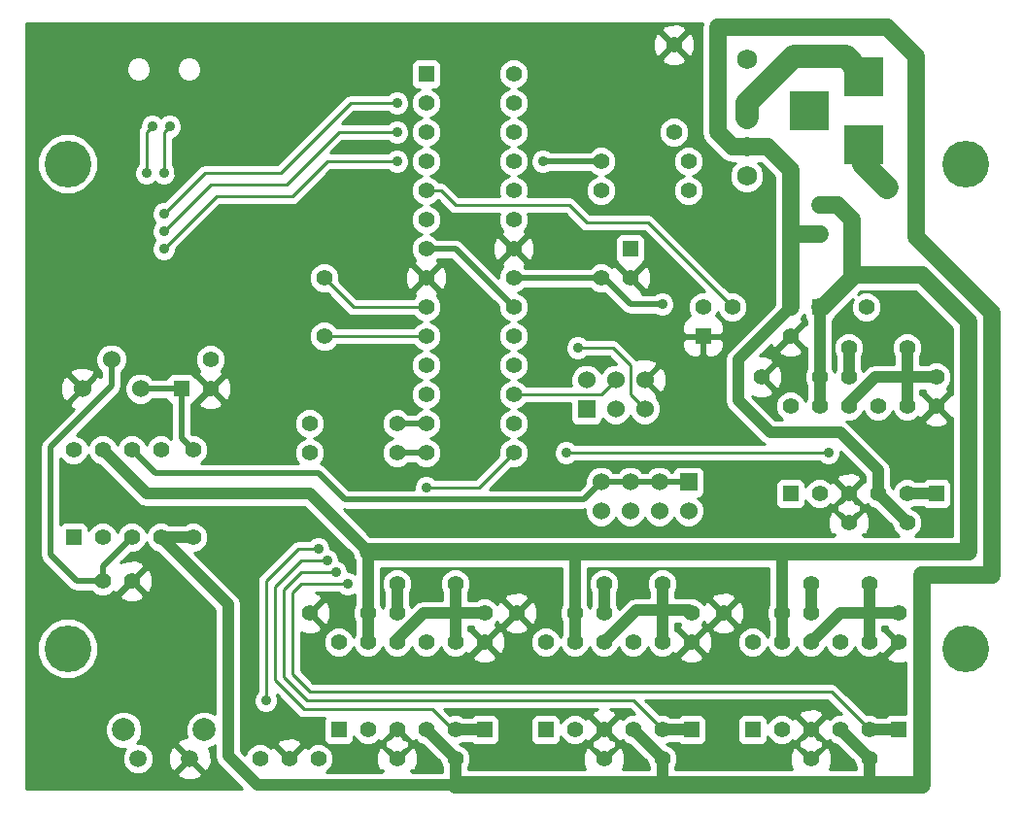
<source format=gbl>
G04 (created by PCBNEW (2013-07-07 BZR 4022)-stable) date 02/12/2014 00:26:50*
%MOIN*%
G04 Gerber Fmt 3.4, Leading zero omitted, Abs format*
%FSLAX34Y34*%
G01*
G70*
G90*
G04 APERTURE LIST*
%ADD10C,0.00590551*%
%ADD11R,0.055X0.055*%
%ADD12C,0.055*%
%ADD13C,0.0688976*%
%ADD14C,0.06*%
%ADD15C,0.0787402*%
%ADD16C,0.0590551*%
%ADD17C,0.056*%
%ADD18R,0.1378X0.1378*%
%ADD19C,0.16*%
%ADD20R,0.06X0.06*%
%ADD21C,0.035*%
%ADD22C,0.019685*%
%ADD23C,0.01*%
%ADD24C,0.0393701*%
%ADD25C,0.0787402*%
%ADD26C,0.0590551*%
G04 APERTURE END LIST*
G54D10*
G54D11*
X38500Y-22000D03*
G54D12*
X37500Y-22000D03*
X37500Y-23000D03*
G54D13*
X36000Y-15500D03*
X36000Y-13500D03*
X36000Y-16500D03*
X36000Y-17500D03*
G54D14*
X13200Y-24800D03*
X14200Y-23800D03*
X15200Y-24800D03*
G54D12*
X24000Y-32500D03*
X27000Y-32500D03*
X26000Y-33500D03*
X26000Y-36500D03*
X41500Y-25400D03*
X41500Y-28400D03*
X38200Y-32500D03*
X41200Y-32500D03*
X39500Y-24400D03*
X42500Y-24400D03*
X40200Y-33500D03*
X40200Y-36500D03*
X33100Y-33500D03*
X33100Y-36500D03*
X31100Y-32500D03*
X34100Y-32500D03*
X31000Y-17000D03*
X34000Y-17000D03*
X24000Y-27000D03*
X21000Y-27000D03*
X24000Y-26000D03*
X21000Y-26000D03*
X34000Y-18000D03*
X31000Y-18000D03*
X33500Y-16000D03*
X33500Y-13000D03*
X43100Y-22000D03*
X40100Y-22000D03*
X17000Y-26900D03*
X17000Y-29900D03*
G54D15*
X14622Y-36507D03*
X17377Y-36507D03*
G54D16*
X16885Y-37492D03*
X15114Y-37492D03*
G54D17*
X21500Y-23000D03*
X21500Y-21000D03*
G54D11*
X36200Y-36500D03*
G54D12*
X37200Y-36500D03*
X38200Y-36500D03*
X39200Y-36500D03*
X39200Y-33500D03*
X38200Y-33500D03*
X37200Y-33500D03*
X36200Y-33500D03*
G54D11*
X12900Y-29900D03*
G54D12*
X13900Y-29900D03*
X14900Y-29900D03*
X15900Y-29900D03*
X15900Y-26900D03*
X14900Y-26900D03*
X13900Y-26900D03*
X12900Y-26900D03*
G54D11*
X29100Y-36500D03*
G54D12*
X30100Y-36500D03*
X31100Y-36500D03*
X32100Y-36500D03*
X32100Y-33500D03*
X31100Y-33500D03*
X30100Y-33500D03*
X29100Y-33500D03*
G54D11*
X22000Y-36500D03*
G54D12*
X23000Y-36500D03*
X24000Y-36500D03*
X25000Y-36500D03*
X25000Y-33500D03*
X24000Y-33500D03*
X23000Y-33500D03*
X22000Y-33500D03*
G54D11*
X37500Y-28400D03*
G54D12*
X38500Y-28400D03*
X39500Y-28400D03*
X40500Y-28400D03*
X40500Y-25400D03*
X39500Y-25400D03*
X38500Y-25400D03*
X37500Y-25400D03*
X25000Y-15000D03*
X25000Y-16000D03*
X25000Y-17000D03*
X25000Y-18000D03*
X25000Y-19000D03*
X25000Y-20000D03*
X25000Y-21000D03*
X25000Y-22000D03*
X25000Y-23000D03*
X25000Y-24000D03*
X25000Y-25000D03*
X25000Y-26000D03*
X25000Y-27000D03*
G54D11*
X25000Y-14000D03*
G54D12*
X28000Y-27000D03*
X28000Y-26000D03*
X28000Y-25000D03*
X28000Y-24000D03*
X28000Y-23000D03*
X28000Y-22000D03*
X28000Y-21000D03*
X28000Y-20000D03*
X28000Y-19000D03*
X28000Y-18000D03*
X28000Y-17000D03*
X28000Y-16000D03*
X28000Y-15000D03*
X28000Y-14000D03*
G54D11*
X42500Y-28400D03*
G54D12*
X42500Y-25400D03*
G54D11*
X34100Y-36500D03*
G54D12*
X34100Y-33500D03*
G54D11*
X41200Y-36500D03*
G54D12*
X41200Y-33500D03*
G54D11*
X27000Y-36500D03*
G54D12*
X27000Y-33500D03*
X23000Y-32500D03*
X21000Y-32500D03*
X26000Y-37500D03*
X24000Y-37500D03*
X38500Y-24400D03*
X36500Y-24400D03*
X41500Y-29400D03*
X39500Y-29400D03*
X39500Y-23400D03*
X41500Y-23400D03*
X24000Y-31500D03*
X26000Y-31500D03*
X33100Y-37500D03*
X31100Y-37500D03*
X38200Y-31500D03*
X40200Y-31500D03*
X30100Y-32500D03*
X28100Y-32500D03*
X40200Y-37500D03*
X38200Y-37500D03*
X37200Y-32500D03*
X35200Y-32500D03*
X31100Y-31500D03*
X33100Y-31500D03*
X13900Y-31400D03*
X14900Y-31400D03*
G54D18*
X40000Y-16441D03*
X40000Y-14079D03*
X38150Y-15260D03*
G54D11*
X40800Y-20900D03*
G54D12*
X40800Y-17900D03*
X38500Y-18500D03*
X38500Y-19500D03*
X20300Y-37500D03*
X19300Y-37500D03*
X21300Y-37500D03*
G54D19*
X12700Y-17080D03*
X12700Y-33720D03*
X43499Y-17080D03*
X43499Y-33720D03*
G54D11*
X32000Y-20000D03*
G54D12*
X32000Y-21000D03*
X31000Y-21000D03*
G54D11*
X34500Y-23000D03*
G54D12*
X34500Y-22000D03*
X35500Y-22000D03*
G54D11*
X16600Y-24800D03*
G54D12*
X17600Y-24800D03*
X17600Y-23800D03*
G54D20*
X30500Y-25500D03*
G54D14*
X30500Y-24500D03*
X31500Y-25500D03*
X31500Y-24500D03*
X32500Y-25500D03*
X32500Y-24500D03*
G54D20*
X34000Y-28000D03*
G54D14*
X34000Y-29000D03*
X33000Y-28000D03*
X33000Y-29000D03*
X32000Y-28000D03*
X32000Y-29000D03*
X31000Y-28000D03*
X31000Y-29000D03*
G54D21*
X29000Y-17000D03*
X33100Y-21900D03*
X29800Y-27000D03*
X38800Y-27000D03*
X22300Y-31500D03*
X21900Y-31100D03*
X21600Y-30700D03*
X24000Y-17000D03*
X16000Y-20000D03*
X30200Y-23400D03*
X16000Y-18800D03*
X24000Y-15000D03*
X24000Y-16000D03*
X16000Y-19400D03*
X35200Y-36500D03*
X28100Y-36500D03*
X29500Y-19200D03*
X13000Y-22200D03*
X16500Y-17400D03*
X22500Y-18800D03*
X19500Y-21100D03*
X13800Y-16000D03*
X16000Y-17400D03*
X16200Y-15800D03*
X15600Y-15800D03*
X15400Y-17400D03*
X21300Y-30300D03*
X25000Y-28200D03*
X19500Y-35500D03*
G54D22*
X29000Y-17000D02*
X31000Y-17000D01*
X25000Y-20000D02*
X26000Y-20000D01*
X26000Y-20000D02*
X28000Y-22000D01*
G54D23*
X31800Y-19100D02*
X32600Y-19100D01*
X35000Y-21500D02*
X35500Y-22000D01*
X32600Y-19100D02*
X35000Y-21500D01*
X29900Y-18500D02*
X28900Y-18500D01*
X29900Y-18500D02*
X30500Y-19100D01*
X31900Y-19100D02*
X31800Y-19100D01*
X31800Y-19100D02*
X30500Y-19100D01*
X25000Y-18000D02*
X25500Y-18000D01*
X26000Y-18500D02*
X28900Y-18500D01*
X28900Y-18500D02*
X29000Y-18500D01*
X25500Y-18000D02*
X26000Y-18500D01*
G54D22*
X31100Y-21000D02*
X31000Y-21000D01*
X32000Y-21900D02*
X31100Y-21000D01*
X33100Y-21900D02*
X32000Y-21900D01*
X31000Y-21000D02*
X30500Y-21000D01*
X30500Y-21000D02*
X28000Y-21000D01*
G54D23*
X38800Y-27000D02*
X29800Y-27000D01*
G54D24*
X41500Y-28400D02*
X42500Y-28400D01*
G54D23*
X20400Y-31800D02*
X20700Y-31500D01*
X39100Y-35400D02*
X40200Y-36500D01*
X39000Y-35300D02*
X38900Y-35200D01*
X39100Y-35400D02*
X39000Y-35300D01*
X38900Y-35200D02*
X21000Y-35200D01*
X21000Y-35200D02*
X20400Y-34600D01*
X20400Y-34600D02*
X20400Y-31800D01*
X20700Y-31500D02*
X22300Y-31500D01*
G54D24*
X40200Y-36500D02*
X41200Y-36500D01*
G54D23*
X20100Y-31700D02*
X20700Y-31100D01*
X32100Y-35500D02*
X21000Y-35500D01*
X33100Y-36500D02*
X32100Y-35500D01*
X20100Y-31800D02*
X20100Y-31700D01*
X20100Y-34700D02*
X20100Y-31800D01*
X20900Y-35500D02*
X20100Y-34700D01*
X21000Y-35500D02*
X20900Y-35500D01*
X20700Y-31100D02*
X21900Y-31100D01*
G54D24*
X33100Y-36500D02*
X34100Y-36500D01*
G54D23*
X19800Y-31600D02*
X20700Y-30700D01*
X25900Y-36500D02*
X25200Y-35800D01*
X25200Y-35800D02*
X20900Y-35800D01*
X26000Y-36500D02*
X25900Y-36500D01*
X20800Y-35800D02*
X20900Y-35800D01*
X19800Y-34800D02*
X19800Y-31600D01*
X20800Y-35800D02*
X19800Y-34800D01*
X20700Y-30700D02*
X21600Y-30700D01*
G54D24*
X26000Y-36500D02*
X27000Y-36500D01*
G54D23*
X21600Y-17000D02*
X24000Y-17000D01*
X20400Y-18200D02*
X21600Y-17000D01*
X17800Y-18200D02*
X20400Y-18200D01*
X16000Y-20000D02*
X17800Y-18200D01*
G54D22*
X24000Y-27000D02*
X25000Y-27000D01*
X24000Y-26000D02*
X25000Y-26000D01*
G54D23*
X28000Y-25000D02*
X31000Y-25000D01*
X31000Y-25000D02*
X31500Y-24500D01*
X32000Y-25000D02*
X32000Y-24000D01*
X32000Y-24000D02*
X31400Y-23400D01*
X31400Y-23400D02*
X30200Y-23400D01*
X32000Y-25000D02*
X32500Y-25500D01*
X17400Y-17400D02*
X20000Y-17400D01*
X16000Y-18800D02*
X17400Y-17400D01*
X22400Y-15000D02*
X24000Y-15000D01*
X20000Y-17400D02*
X22400Y-15000D01*
G54D24*
X39500Y-24400D02*
X39500Y-23400D01*
X38200Y-32500D02*
X38200Y-31500D01*
X31100Y-32500D02*
X31100Y-31500D01*
X24000Y-32500D02*
X24000Y-31500D01*
G54D23*
X22000Y-16000D02*
X24000Y-16000D01*
X20200Y-17800D02*
X22000Y-16000D01*
X17600Y-17800D02*
X20200Y-17800D01*
X16000Y-19400D02*
X17600Y-17800D01*
X25000Y-22000D02*
X22500Y-22000D01*
X22500Y-22000D02*
X21500Y-21000D01*
X25000Y-23000D02*
X21500Y-23000D01*
G54D24*
X40200Y-33500D02*
X40200Y-32500D01*
X40200Y-31500D02*
X40200Y-32500D01*
X38200Y-33500D02*
X39200Y-32500D01*
X39200Y-32500D02*
X40200Y-32500D01*
X40200Y-32500D02*
X41200Y-32500D01*
X38200Y-33500D02*
X38200Y-33400D01*
X41500Y-24500D02*
X41500Y-23400D01*
X41500Y-25400D02*
X41500Y-24500D01*
X41500Y-24500D02*
X41500Y-24400D01*
X39500Y-25400D02*
X39500Y-25300D01*
X40400Y-24400D02*
X41500Y-24400D01*
X41500Y-24400D02*
X42500Y-24400D01*
X39500Y-25300D02*
X40400Y-24400D01*
X26000Y-32500D02*
X26000Y-33500D01*
X26000Y-31500D02*
X26000Y-32500D01*
X27000Y-32500D02*
X26000Y-32500D01*
X26000Y-32500D02*
X24900Y-32500D01*
X24000Y-33400D02*
X24000Y-33500D01*
X24900Y-32500D02*
X24000Y-33400D01*
G54D25*
X36000Y-15500D02*
X36000Y-15000D01*
X39400Y-13400D02*
X40000Y-14079D01*
X37600Y-13400D02*
X39400Y-13400D01*
X36000Y-15000D02*
X37600Y-13400D01*
G54D23*
X16000Y-16000D02*
X16000Y-17400D01*
X16200Y-15800D02*
X16000Y-16000D01*
X15600Y-15800D02*
X15400Y-16000D01*
X15400Y-16000D02*
X15400Y-17400D01*
G54D25*
X40000Y-16441D02*
X40000Y-17100D01*
X40000Y-17100D02*
X40800Y-17900D01*
G54D23*
X19500Y-31400D02*
X20600Y-30300D01*
X20600Y-30300D02*
X21300Y-30300D01*
X25000Y-28200D02*
X26800Y-28200D01*
X26800Y-28200D02*
X28000Y-27000D01*
X19500Y-34800D02*
X19500Y-31500D01*
X19500Y-31500D02*
X19500Y-31400D01*
X19500Y-35500D02*
X19500Y-34800D01*
X15114Y-37485D02*
X15114Y-37492D01*
G54D22*
X33000Y-28000D02*
X34000Y-28000D01*
X32000Y-28000D02*
X33000Y-28000D01*
X31000Y-28000D02*
X32000Y-28000D01*
X14900Y-26900D02*
X15700Y-27700D01*
X30400Y-28600D02*
X31000Y-28000D01*
X22200Y-28600D02*
X30400Y-28600D01*
X21300Y-27700D02*
X22200Y-28600D01*
X15700Y-27700D02*
X21300Y-27700D01*
G54D24*
X33100Y-33500D02*
X33100Y-32400D01*
X33100Y-31500D02*
X33100Y-32400D01*
X33100Y-32400D02*
X33200Y-32400D01*
X31100Y-33500D02*
X32200Y-32400D01*
X34000Y-32400D02*
X34100Y-32500D01*
X32200Y-32400D02*
X33200Y-32400D01*
X33200Y-32400D02*
X34000Y-32400D01*
G54D22*
X14200Y-23800D02*
X14200Y-24700D01*
X13000Y-31400D02*
X12100Y-30500D01*
X12100Y-30500D02*
X12100Y-26800D01*
X13000Y-31400D02*
X13900Y-31400D01*
X12100Y-26800D02*
X14200Y-24700D01*
X13900Y-31400D02*
X13900Y-30900D01*
X13900Y-30900D02*
X14900Y-29900D01*
X15200Y-24800D02*
X16600Y-24800D01*
X16600Y-24800D02*
X16600Y-26500D01*
X16600Y-26500D02*
X17000Y-26900D01*
G54D24*
X23000Y-30400D02*
X21000Y-28400D01*
X15400Y-28400D02*
X13900Y-26900D01*
X21000Y-28400D02*
X15400Y-28400D01*
X37200Y-32500D02*
X37200Y-30400D01*
X37200Y-33500D02*
X37200Y-32500D01*
X38500Y-24400D02*
X38500Y-22000D01*
X38500Y-25400D02*
X38500Y-24400D01*
X30100Y-32500D02*
X30100Y-30400D01*
X30100Y-30400D02*
X30000Y-30400D01*
X30100Y-33500D02*
X30100Y-32500D01*
G54D26*
X38500Y-18500D02*
X39100Y-18500D01*
X39600Y-19000D02*
X39600Y-21000D01*
X39100Y-18500D02*
X39600Y-19000D01*
X38500Y-22000D02*
X38600Y-22000D01*
X38600Y-22000D02*
X39600Y-21000D01*
X39600Y-21000D02*
X39700Y-20900D01*
X39700Y-20900D02*
X40800Y-20900D01*
X43600Y-30400D02*
X43600Y-22500D01*
X38000Y-30400D02*
X43600Y-30400D01*
X43600Y-22500D02*
X43100Y-22000D01*
X37200Y-30400D02*
X38000Y-30400D01*
X40800Y-20900D02*
X42000Y-20900D01*
X42000Y-20900D02*
X43100Y-22000D01*
X30400Y-30400D02*
X35800Y-30400D01*
X35800Y-30400D02*
X37200Y-30400D01*
G54D24*
X30500Y-30400D02*
X30400Y-30400D01*
X23000Y-32500D02*
X23000Y-30400D01*
G54D26*
X23000Y-30400D02*
X30000Y-30400D01*
X30000Y-30400D02*
X30400Y-30400D01*
G54D24*
X23000Y-33500D02*
X23000Y-32500D01*
X15900Y-29900D02*
X17000Y-29900D01*
X26000Y-38400D02*
X19200Y-38400D01*
X18200Y-32200D02*
X15900Y-29900D01*
X18200Y-37400D02*
X18200Y-32200D01*
X19200Y-38400D02*
X18200Y-37400D01*
X41500Y-29400D02*
X40500Y-28400D01*
X40500Y-28400D02*
X40500Y-27600D01*
X40500Y-27600D02*
X39200Y-26300D01*
X39200Y-26300D02*
X36800Y-26300D01*
X36800Y-26300D02*
X35700Y-25200D01*
X35700Y-25200D02*
X35700Y-23800D01*
X35700Y-23800D02*
X37500Y-22000D01*
X40200Y-37500D02*
X40200Y-38400D01*
X39200Y-36500D02*
X40200Y-37500D01*
G54D26*
X38500Y-19500D02*
X37500Y-19500D01*
X36000Y-16500D02*
X36700Y-16500D01*
X37500Y-17300D02*
X37500Y-19500D01*
X37500Y-19500D02*
X37500Y-22000D01*
X36700Y-16500D02*
X37500Y-17300D01*
X35000Y-12400D02*
X40800Y-12400D01*
X35500Y-16500D02*
X35000Y-16000D01*
X35000Y-16000D02*
X35000Y-12400D01*
X40800Y-12400D02*
X41800Y-13400D01*
X41800Y-13400D02*
X41800Y-19600D01*
X41800Y-19600D02*
X44400Y-22200D01*
X44400Y-22200D02*
X44400Y-31200D01*
X44400Y-31200D02*
X42000Y-31200D01*
X42000Y-31200D02*
X42000Y-38400D01*
X42000Y-38400D02*
X40200Y-38400D01*
X36000Y-16500D02*
X35500Y-16500D01*
G54D24*
X33100Y-37500D02*
X33100Y-38400D01*
X33100Y-38400D02*
X33000Y-38400D01*
X32100Y-36500D02*
X33100Y-37500D01*
X26000Y-37500D02*
X26000Y-38400D01*
G54D26*
X33000Y-38400D02*
X26000Y-38400D01*
X40200Y-38400D02*
X33000Y-38400D01*
G54D24*
X25000Y-36500D02*
X26000Y-37500D01*
G54D10*
G36*
X25553Y-37953D02*
X24728Y-37953D01*
X24523Y-37953D01*
X24477Y-37906D01*
X24626Y-37893D01*
X24728Y-37623D01*
X24720Y-37335D01*
X24626Y-37106D01*
X24477Y-37093D01*
X24406Y-37164D01*
X24406Y-37022D01*
X24404Y-37000D01*
X24406Y-36977D01*
X24401Y-36972D01*
X24393Y-36873D01*
X24247Y-36818D01*
X24000Y-36570D01*
X23760Y-36810D01*
X23606Y-36873D01*
X23598Y-36972D01*
X23593Y-36977D01*
X23595Y-37000D01*
X23593Y-37022D01*
X23598Y-37027D01*
X23606Y-37126D01*
X23752Y-37181D01*
X24000Y-37429D01*
X24239Y-37189D01*
X24393Y-37126D01*
X24401Y-37027D01*
X24406Y-37022D01*
X24406Y-37164D01*
X24070Y-37500D01*
X24076Y-37505D01*
X24005Y-37576D01*
X24000Y-37570D01*
X23994Y-37576D01*
X23929Y-37511D01*
X23923Y-37505D01*
X23929Y-37500D01*
X23522Y-37093D01*
X23373Y-37106D01*
X23271Y-37376D01*
X23279Y-37664D01*
X23373Y-37893D01*
X23522Y-37906D01*
X23476Y-37953D01*
X21578Y-37953D01*
X21597Y-37945D01*
X21744Y-37797D01*
X21824Y-37604D01*
X21825Y-37396D01*
X21745Y-37203D01*
X21597Y-37055D01*
X21404Y-36975D01*
X21196Y-36974D01*
X21003Y-37054D01*
X20933Y-37124D01*
X20926Y-37106D01*
X20777Y-37093D01*
X20706Y-37164D01*
X20706Y-37022D01*
X20693Y-36873D01*
X20423Y-36771D01*
X20135Y-36779D01*
X19906Y-36873D01*
X19893Y-37022D01*
X20300Y-37429D01*
X20706Y-37022D01*
X20706Y-37164D01*
X20370Y-37500D01*
X20376Y-37505D01*
X20305Y-37576D01*
X20300Y-37570D01*
X20294Y-37576D01*
X20223Y-37505D01*
X20229Y-37500D01*
X19822Y-37093D01*
X19673Y-37106D01*
X19667Y-37124D01*
X19597Y-37055D01*
X19404Y-36975D01*
X19196Y-36974D01*
X19003Y-37054D01*
X18855Y-37202D01*
X18790Y-37358D01*
X18646Y-37214D01*
X18646Y-32200D01*
X18612Y-32028D01*
X18515Y-31884D01*
X18515Y-31884D01*
X17056Y-30425D01*
X17103Y-30425D01*
X17297Y-30345D01*
X17444Y-30197D01*
X17524Y-30004D01*
X17525Y-29796D01*
X17445Y-29603D01*
X17297Y-29455D01*
X17104Y-29375D01*
X16896Y-29374D01*
X16706Y-29453D01*
X16192Y-29453D01*
X16004Y-29375D01*
X15796Y-29374D01*
X15603Y-29454D01*
X15455Y-29602D01*
X15399Y-29735D01*
X15345Y-29603D01*
X15197Y-29455D01*
X15004Y-29375D01*
X14796Y-29374D01*
X14603Y-29454D01*
X14455Y-29602D01*
X14399Y-29735D01*
X14345Y-29603D01*
X14197Y-29455D01*
X14004Y-29375D01*
X13796Y-29374D01*
X13603Y-29454D01*
X13455Y-29602D01*
X13425Y-29674D01*
X13425Y-29575D01*
X13387Y-29483D01*
X13316Y-29413D01*
X13224Y-29375D01*
X13125Y-29374D01*
X12575Y-29374D01*
X12483Y-29412D01*
X12448Y-29448D01*
X12448Y-27181D01*
X12454Y-27197D01*
X12602Y-27344D01*
X12795Y-27424D01*
X13003Y-27425D01*
X13197Y-27345D01*
X13344Y-27197D01*
X13400Y-27064D01*
X13454Y-27197D01*
X13602Y-27344D01*
X13791Y-27423D01*
X15084Y-28715D01*
X15084Y-28715D01*
X15228Y-28812D01*
X15400Y-28846D01*
X20814Y-28846D01*
X22476Y-30508D01*
X22496Y-30608D01*
X22553Y-30693D01*
X22553Y-31152D01*
X22541Y-31139D01*
X22384Y-31075D01*
X22325Y-31075D01*
X22325Y-31015D01*
X22260Y-30859D01*
X22141Y-30739D01*
X22025Y-30691D01*
X22025Y-30615D01*
X21960Y-30459D01*
X21841Y-30339D01*
X21725Y-30291D01*
X21725Y-30215D01*
X21660Y-30059D01*
X21541Y-29939D01*
X21384Y-29875D01*
X21215Y-29874D01*
X21059Y-29939D01*
X20998Y-30000D01*
X20600Y-30000D01*
X20485Y-30022D01*
X20387Y-30087D01*
X19287Y-31187D01*
X19222Y-31285D01*
X19200Y-31400D01*
X19200Y-31500D01*
X19200Y-34800D01*
X19200Y-35198D01*
X19139Y-35258D01*
X19075Y-35415D01*
X19074Y-35584D01*
X19139Y-35740D01*
X19258Y-35860D01*
X19415Y-35924D01*
X19584Y-35925D01*
X19740Y-35860D01*
X19860Y-35741D01*
X19924Y-35584D01*
X19925Y-35415D01*
X19878Y-35302D01*
X20587Y-36012D01*
X20587Y-36012D01*
X20685Y-36077D01*
X20800Y-36100D01*
X20900Y-36100D01*
X21506Y-36100D01*
X21475Y-36175D01*
X21474Y-36274D01*
X21474Y-36824D01*
X21512Y-36916D01*
X21583Y-36986D01*
X21675Y-37024D01*
X21774Y-37025D01*
X22324Y-37025D01*
X22416Y-36987D01*
X22486Y-36916D01*
X22524Y-36824D01*
X22525Y-36725D01*
X22525Y-36725D01*
X22554Y-36797D01*
X22702Y-36944D01*
X22895Y-37024D01*
X23103Y-37025D01*
X23297Y-36945D01*
X23366Y-36875D01*
X23373Y-36893D01*
X23522Y-36906D01*
X23929Y-36500D01*
X23923Y-36494D01*
X23994Y-36423D01*
X24000Y-36429D01*
X24005Y-36423D01*
X24076Y-36494D01*
X24070Y-36500D01*
X24477Y-36906D01*
X24626Y-36893D01*
X24632Y-36875D01*
X24702Y-36944D01*
X24891Y-37023D01*
X25476Y-37608D01*
X25553Y-37793D01*
X25553Y-37953D01*
X25553Y-37953D01*
G37*
G54D23*
X25553Y-37953D02*
X24728Y-37953D01*
X24523Y-37953D01*
X24477Y-37906D01*
X24626Y-37893D01*
X24728Y-37623D01*
X24720Y-37335D01*
X24626Y-37106D01*
X24477Y-37093D01*
X24406Y-37164D01*
X24406Y-37022D01*
X24404Y-37000D01*
X24406Y-36977D01*
X24401Y-36972D01*
X24393Y-36873D01*
X24247Y-36818D01*
X24000Y-36570D01*
X23760Y-36810D01*
X23606Y-36873D01*
X23598Y-36972D01*
X23593Y-36977D01*
X23595Y-37000D01*
X23593Y-37022D01*
X23598Y-37027D01*
X23606Y-37126D01*
X23752Y-37181D01*
X24000Y-37429D01*
X24239Y-37189D01*
X24393Y-37126D01*
X24401Y-37027D01*
X24406Y-37022D01*
X24406Y-37164D01*
X24070Y-37500D01*
X24076Y-37505D01*
X24005Y-37576D01*
X24000Y-37570D01*
X23994Y-37576D01*
X23929Y-37511D01*
X23923Y-37505D01*
X23929Y-37500D01*
X23522Y-37093D01*
X23373Y-37106D01*
X23271Y-37376D01*
X23279Y-37664D01*
X23373Y-37893D01*
X23522Y-37906D01*
X23476Y-37953D01*
X21578Y-37953D01*
X21597Y-37945D01*
X21744Y-37797D01*
X21824Y-37604D01*
X21825Y-37396D01*
X21745Y-37203D01*
X21597Y-37055D01*
X21404Y-36975D01*
X21196Y-36974D01*
X21003Y-37054D01*
X20933Y-37124D01*
X20926Y-37106D01*
X20777Y-37093D01*
X20706Y-37164D01*
X20706Y-37022D01*
X20693Y-36873D01*
X20423Y-36771D01*
X20135Y-36779D01*
X19906Y-36873D01*
X19893Y-37022D01*
X20300Y-37429D01*
X20706Y-37022D01*
X20706Y-37164D01*
X20370Y-37500D01*
X20376Y-37505D01*
X20305Y-37576D01*
X20300Y-37570D01*
X20294Y-37576D01*
X20223Y-37505D01*
X20229Y-37500D01*
X19822Y-37093D01*
X19673Y-37106D01*
X19667Y-37124D01*
X19597Y-37055D01*
X19404Y-36975D01*
X19196Y-36974D01*
X19003Y-37054D01*
X18855Y-37202D01*
X18790Y-37358D01*
X18646Y-37214D01*
X18646Y-32200D01*
X18612Y-32028D01*
X18515Y-31884D01*
X18515Y-31884D01*
X17056Y-30425D01*
X17103Y-30425D01*
X17297Y-30345D01*
X17444Y-30197D01*
X17524Y-30004D01*
X17525Y-29796D01*
X17445Y-29603D01*
X17297Y-29455D01*
X17104Y-29375D01*
X16896Y-29374D01*
X16706Y-29453D01*
X16192Y-29453D01*
X16004Y-29375D01*
X15796Y-29374D01*
X15603Y-29454D01*
X15455Y-29602D01*
X15399Y-29735D01*
X15345Y-29603D01*
X15197Y-29455D01*
X15004Y-29375D01*
X14796Y-29374D01*
X14603Y-29454D01*
X14455Y-29602D01*
X14399Y-29735D01*
X14345Y-29603D01*
X14197Y-29455D01*
X14004Y-29375D01*
X13796Y-29374D01*
X13603Y-29454D01*
X13455Y-29602D01*
X13425Y-29674D01*
X13425Y-29575D01*
X13387Y-29483D01*
X13316Y-29413D01*
X13224Y-29375D01*
X13125Y-29374D01*
X12575Y-29374D01*
X12483Y-29412D01*
X12448Y-29448D01*
X12448Y-27181D01*
X12454Y-27197D01*
X12602Y-27344D01*
X12795Y-27424D01*
X13003Y-27425D01*
X13197Y-27345D01*
X13344Y-27197D01*
X13400Y-27064D01*
X13454Y-27197D01*
X13602Y-27344D01*
X13791Y-27423D01*
X15084Y-28715D01*
X15084Y-28715D01*
X15228Y-28812D01*
X15400Y-28846D01*
X20814Y-28846D01*
X22476Y-30508D01*
X22496Y-30608D01*
X22553Y-30693D01*
X22553Y-31152D01*
X22541Y-31139D01*
X22384Y-31075D01*
X22325Y-31075D01*
X22325Y-31015D01*
X22260Y-30859D01*
X22141Y-30739D01*
X22025Y-30691D01*
X22025Y-30615D01*
X21960Y-30459D01*
X21841Y-30339D01*
X21725Y-30291D01*
X21725Y-30215D01*
X21660Y-30059D01*
X21541Y-29939D01*
X21384Y-29875D01*
X21215Y-29874D01*
X21059Y-29939D01*
X20998Y-30000D01*
X20600Y-30000D01*
X20485Y-30022D01*
X20387Y-30087D01*
X19287Y-31187D01*
X19222Y-31285D01*
X19200Y-31400D01*
X19200Y-31500D01*
X19200Y-34800D01*
X19200Y-35198D01*
X19139Y-35258D01*
X19075Y-35415D01*
X19074Y-35584D01*
X19139Y-35740D01*
X19258Y-35860D01*
X19415Y-35924D01*
X19584Y-35925D01*
X19740Y-35860D01*
X19860Y-35741D01*
X19924Y-35584D01*
X19925Y-35415D01*
X19878Y-35302D01*
X20587Y-36012D01*
X20587Y-36012D01*
X20685Y-36077D01*
X20800Y-36100D01*
X20900Y-36100D01*
X21506Y-36100D01*
X21475Y-36175D01*
X21474Y-36274D01*
X21474Y-36824D01*
X21512Y-36916D01*
X21583Y-36986D01*
X21675Y-37024D01*
X21774Y-37025D01*
X22324Y-37025D01*
X22416Y-36987D01*
X22486Y-36916D01*
X22524Y-36824D01*
X22525Y-36725D01*
X22525Y-36725D01*
X22554Y-36797D01*
X22702Y-36944D01*
X22895Y-37024D01*
X23103Y-37025D01*
X23297Y-36945D01*
X23366Y-36875D01*
X23373Y-36893D01*
X23522Y-36906D01*
X23929Y-36500D01*
X23923Y-36494D01*
X23994Y-36423D01*
X24000Y-36429D01*
X24005Y-36423D01*
X24076Y-36494D01*
X24070Y-36500D01*
X24477Y-36906D01*
X24626Y-36893D01*
X24632Y-36875D01*
X24702Y-36944D01*
X24891Y-37023D01*
X25476Y-37608D01*
X25553Y-37793D01*
X25553Y-37953D01*
G54D10*
G36*
X32653Y-37854D02*
X31740Y-37854D01*
X31828Y-37623D01*
X31820Y-37335D01*
X31726Y-37106D01*
X31577Y-37093D01*
X31506Y-37164D01*
X31506Y-37022D01*
X31504Y-37000D01*
X31506Y-36977D01*
X31501Y-36972D01*
X31493Y-36873D01*
X31347Y-36818D01*
X31100Y-36570D01*
X31029Y-36641D01*
X31029Y-36500D01*
X30622Y-36093D01*
X30473Y-36106D01*
X30467Y-36124D01*
X30397Y-36055D01*
X30204Y-35975D01*
X29996Y-35974D01*
X29803Y-36054D01*
X29655Y-36202D01*
X29625Y-36274D01*
X29625Y-36175D01*
X29587Y-36083D01*
X29516Y-36013D01*
X29424Y-35975D01*
X29325Y-35974D01*
X28775Y-35974D01*
X28683Y-36012D01*
X28613Y-36083D01*
X28575Y-36175D01*
X28574Y-36274D01*
X28574Y-36824D01*
X28612Y-36916D01*
X28683Y-36986D01*
X28775Y-37024D01*
X28874Y-37025D01*
X29424Y-37025D01*
X29516Y-36987D01*
X29586Y-36916D01*
X29624Y-36824D01*
X29625Y-36725D01*
X29625Y-36725D01*
X29654Y-36797D01*
X29802Y-36944D01*
X29995Y-37024D01*
X30203Y-37025D01*
X30397Y-36945D01*
X30466Y-36875D01*
X30473Y-36893D01*
X30622Y-36906D01*
X31029Y-36500D01*
X31029Y-36641D01*
X30860Y-36810D01*
X30706Y-36873D01*
X30698Y-36972D01*
X30693Y-36977D01*
X30695Y-37000D01*
X30693Y-37022D01*
X30698Y-37027D01*
X30706Y-37126D01*
X30852Y-37181D01*
X31100Y-37429D01*
X31339Y-37189D01*
X31493Y-37126D01*
X31501Y-37027D01*
X31506Y-37022D01*
X31506Y-37164D01*
X31170Y-37500D01*
X31176Y-37505D01*
X31105Y-37576D01*
X31100Y-37570D01*
X31094Y-37576D01*
X31023Y-37505D01*
X31029Y-37500D01*
X30622Y-37093D01*
X30473Y-37106D01*
X30371Y-37376D01*
X30379Y-37664D01*
X30458Y-37854D01*
X26446Y-37854D01*
X26446Y-37792D01*
X26524Y-37604D01*
X26525Y-37396D01*
X26445Y-37203D01*
X26297Y-37055D01*
X26164Y-36999D01*
X26293Y-36946D01*
X26543Y-36946D01*
X26583Y-36986D01*
X26675Y-37024D01*
X26774Y-37025D01*
X27324Y-37025D01*
X27416Y-36987D01*
X27486Y-36916D01*
X27524Y-36824D01*
X27525Y-36725D01*
X27525Y-36175D01*
X27487Y-36083D01*
X27416Y-36013D01*
X27324Y-35975D01*
X27225Y-35974D01*
X26675Y-35974D01*
X26583Y-36012D01*
X26543Y-36053D01*
X26292Y-36053D01*
X26104Y-35975D01*
X25896Y-35974D01*
X25827Y-36003D01*
X25624Y-35800D01*
X30885Y-35800D01*
X30706Y-35873D01*
X30693Y-36022D01*
X31100Y-36429D01*
X31506Y-36022D01*
X31493Y-35873D01*
X31299Y-35800D01*
X31975Y-35800D01*
X32150Y-35975D01*
X31996Y-35974D01*
X31803Y-36054D01*
X31733Y-36124D01*
X31726Y-36106D01*
X31577Y-36093D01*
X31170Y-36500D01*
X31577Y-36906D01*
X31726Y-36893D01*
X31732Y-36875D01*
X31802Y-36944D01*
X31991Y-37023D01*
X32576Y-37608D01*
X32653Y-37793D01*
X32653Y-37854D01*
X32653Y-37854D01*
G37*
G54D23*
X32653Y-37854D02*
X31740Y-37854D01*
X31828Y-37623D01*
X31820Y-37335D01*
X31726Y-37106D01*
X31577Y-37093D01*
X31506Y-37164D01*
X31506Y-37022D01*
X31504Y-37000D01*
X31506Y-36977D01*
X31501Y-36972D01*
X31493Y-36873D01*
X31347Y-36818D01*
X31100Y-36570D01*
X31029Y-36641D01*
X31029Y-36500D01*
X30622Y-36093D01*
X30473Y-36106D01*
X30467Y-36124D01*
X30397Y-36055D01*
X30204Y-35975D01*
X29996Y-35974D01*
X29803Y-36054D01*
X29655Y-36202D01*
X29625Y-36274D01*
X29625Y-36175D01*
X29587Y-36083D01*
X29516Y-36013D01*
X29424Y-35975D01*
X29325Y-35974D01*
X28775Y-35974D01*
X28683Y-36012D01*
X28613Y-36083D01*
X28575Y-36175D01*
X28574Y-36274D01*
X28574Y-36824D01*
X28612Y-36916D01*
X28683Y-36986D01*
X28775Y-37024D01*
X28874Y-37025D01*
X29424Y-37025D01*
X29516Y-36987D01*
X29586Y-36916D01*
X29624Y-36824D01*
X29625Y-36725D01*
X29625Y-36725D01*
X29654Y-36797D01*
X29802Y-36944D01*
X29995Y-37024D01*
X30203Y-37025D01*
X30397Y-36945D01*
X30466Y-36875D01*
X30473Y-36893D01*
X30622Y-36906D01*
X31029Y-36500D01*
X31029Y-36641D01*
X30860Y-36810D01*
X30706Y-36873D01*
X30698Y-36972D01*
X30693Y-36977D01*
X30695Y-37000D01*
X30693Y-37022D01*
X30698Y-37027D01*
X30706Y-37126D01*
X30852Y-37181D01*
X31100Y-37429D01*
X31339Y-37189D01*
X31493Y-37126D01*
X31501Y-37027D01*
X31506Y-37022D01*
X31506Y-37164D01*
X31170Y-37500D01*
X31176Y-37505D01*
X31105Y-37576D01*
X31100Y-37570D01*
X31094Y-37576D01*
X31023Y-37505D01*
X31029Y-37500D01*
X30622Y-37093D01*
X30473Y-37106D01*
X30371Y-37376D01*
X30379Y-37664D01*
X30458Y-37854D01*
X26446Y-37854D01*
X26446Y-37792D01*
X26524Y-37604D01*
X26525Y-37396D01*
X26445Y-37203D01*
X26297Y-37055D01*
X26164Y-36999D01*
X26293Y-36946D01*
X26543Y-36946D01*
X26583Y-36986D01*
X26675Y-37024D01*
X26774Y-37025D01*
X27324Y-37025D01*
X27416Y-36987D01*
X27486Y-36916D01*
X27524Y-36824D01*
X27525Y-36725D01*
X27525Y-36175D01*
X27487Y-36083D01*
X27416Y-36013D01*
X27324Y-35975D01*
X27225Y-35974D01*
X26675Y-35974D01*
X26583Y-36012D01*
X26543Y-36053D01*
X26292Y-36053D01*
X26104Y-35975D01*
X25896Y-35974D01*
X25827Y-36003D01*
X25624Y-35800D01*
X30885Y-35800D01*
X30706Y-35873D01*
X30693Y-36022D01*
X31100Y-36429D01*
X31506Y-36022D01*
X31493Y-35873D01*
X31299Y-35800D01*
X31975Y-35800D01*
X32150Y-35975D01*
X31996Y-35974D01*
X31803Y-36054D01*
X31733Y-36124D01*
X31726Y-36106D01*
X31577Y-36093D01*
X31170Y-36500D01*
X31577Y-36906D01*
X31726Y-36893D01*
X31732Y-36875D01*
X31802Y-36944D01*
X31991Y-37023D01*
X32576Y-37608D01*
X32653Y-37793D01*
X32653Y-37854D01*
G54D10*
G36*
X38053Y-25107D02*
X37999Y-25235D01*
X37945Y-25103D01*
X37906Y-25063D01*
X37906Y-23477D01*
X37500Y-23070D01*
X37093Y-23477D01*
X37106Y-23626D01*
X37376Y-23728D01*
X37664Y-23720D01*
X37893Y-23626D01*
X37906Y-23477D01*
X37906Y-25063D01*
X37797Y-24955D01*
X37604Y-24875D01*
X37396Y-24874D01*
X37228Y-24944D01*
X37228Y-24523D01*
X37220Y-24235D01*
X37126Y-24006D01*
X36977Y-23993D01*
X36570Y-24400D01*
X36977Y-24806D01*
X37126Y-24793D01*
X37228Y-24523D01*
X37228Y-24944D01*
X37203Y-24954D01*
X37055Y-25102D01*
X36975Y-25295D01*
X36974Y-25503D01*
X37054Y-25697D01*
X37202Y-25844D01*
X37222Y-25853D01*
X36985Y-25853D01*
X36189Y-25057D01*
X36376Y-25128D01*
X36664Y-25120D01*
X36893Y-25026D01*
X36906Y-24877D01*
X36500Y-24470D01*
X36494Y-24476D01*
X36423Y-24405D01*
X36429Y-24400D01*
X36423Y-24394D01*
X36494Y-24323D01*
X36500Y-24329D01*
X36906Y-23922D01*
X36893Y-23773D01*
X36623Y-23671D01*
X36455Y-23675D01*
X36834Y-23297D01*
X36873Y-23393D01*
X37022Y-23406D01*
X37429Y-23000D01*
X37423Y-22994D01*
X37494Y-22923D01*
X37500Y-22929D01*
X37906Y-22522D01*
X37893Y-22374D01*
X37943Y-22299D01*
X37944Y-22297D01*
X37945Y-22295D01*
X37974Y-22251D01*
X37974Y-22324D01*
X38012Y-22416D01*
X38053Y-22456D01*
X38053Y-22600D01*
X37977Y-22593D01*
X37570Y-23000D01*
X37977Y-23406D01*
X38053Y-23399D01*
X38053Y-24107D01*
X37975Y-24295D01*
X37974Y-24503D01*
X38053Y-24693D01*
X38053Y-25107D01*
X38053Y-25107D01*
G37*
G54D23*
X38053Y-25107D02*
X37999Y-25235D01*
X37945Y-25103D01*
X37906Y-25063D01*
X37906Y-23477D01*
X37500Y-23070D01*
X37093Y-23477D01*
X37106Y-23626D01*
X37376Y-23728D01*
X37664Y-23720D01*
X37893Y-23626D01*
X37906Y-23477D01*
X37906Y-25063D01*
X37797Y-24955D01*
X37604Y-24875D01*
X37396Y-24874D01*
X37228Y-24944D01*
X37228Y-24523D01*
X37220Y-24235D01*
X37126Y-24006D01*
X36977Y-23993D01*
X36570Y-24400D01*
X36977Y-24806D01*
X37126Y-24793D01*
X37228Y-24523D01*
X37228Y-24944D01*
X37203Y-24954D01*
X37055Y-25102D01*
X36975Y-25295D01*
X36974Y-25503D01*
X37054Y-25697D01*
X37202Y-25844D01*
X37222Y-25853D01*
X36985Y-25853D01*
X36189Y-25057D01*
X36376Y-25128D01*
X36664Y-25120D01*
X36893Y-25026D01*
X36906Y-24877D01*
X36500Y-24470D01*
X36494Y-24476D01*
X36423Y-24405D01*
X36429Y-24400D01*
X36423Y-24394D01*
X36494Y-24323D01*
X36500Y-24329D01*
X36906Y-23922D01*
X36893Y-23773D01*
X36623Y-23671D01*
X36455Y-23675D01*
X36834Y-23297D01*
X36873Y-23393D01*
X37022Y-23406D01*
X37429Y-23000D01*
X37423Y-22994D01*
X37494Y-22923D01*
X37500Y-22929D01*
X37906Y-22522D01*
X37893Y-22374D01*
X37943Y-22299D01*
X37944Y-22297D01*
X37945Y-22295D01*
X37974Y-22251D01*
X37974Y-22324D01*
X38012Y-22416D01*
X38053Y-22456D01*
X38053Y-22600D01*
X37977Y-22593D01*
X37570Y-23000D01*
X37977Y-23406D01*
X38053Y-23399D01*
X38053Y-24107D01*
X37975Y-24295D01*
X37974Y-24503D01*
X38053Y-24693D01*
X38053Y-25107D01*
G54D10*
G36*
X39753Y-37854D02*
X38840Y-37854D01*
X38928Y-37623D01*
X38920Y-37335D01*
X38826Y-37106D01*
X38677Y-37093D01*
X38606Y-37164D01*
X38606Y-37022D01*
X38604Y-37000D01*
X38606Y-36977D01*
X38601Y-36972D01*
X38593Y-36873D01*
X38447Y-36818D01*
X38200Y-36570D01*
X38129Y-36641D01*
X38129Y-36500D01*
X37722Y-36093D01*
X37573Y-36106D01*
X37567Y-36124D01*
X37497Y-36055D01*
X37304Y-35975D01*
X37096Y-35974D01*
X36903Y-36054D01*
X36755Y-36202D01*
X36725Y-36274D01*
X36725Y-36175D01*
X36687Y-36083D01*
X36616Y-36013D01*
X36524Y-35975D01*
X36425Y-35974D01*
X35875Y-35974D01*
X35783Y-36012D01*
X35713Y-36083D01*
X35675Y-36175D01*
X35674Y-36274D01*
X35674Y-36824D01*
X35712Y-36916D01*
X35783Y-36986D01*
X35875Y-37024D01*
X35974Y-37025D01*
X36524Y-37025D01*
X36616Y-36987D01*
X36686Y-36916D01*
X36724Y-36824D01*
X36725Y-36725D01*
X36725Y-36725D01*
X36754Y-36797D01*
X36902Y-36944D01*
X37095Y-37024D01*
X37303Y-37025D01*
X37497Y-36945D01*
X37566Y-36875D01*
X37573Y-36893D01*
X37722Y-36906D01*
X38129Y-36500D01*
X38129Y-36641D01*
X37960Y-36810D01*
X37806Y-36873D01*
X37798Y-36972D01*
X37793Y-36977D01*
X37795Y-37000D01*
X37793Y-37022D01*
X37798Y-37027D01*
X37806Y-37126D01*
X37952Y-37181D01*
X38200Y-37429D01*
X38439Y-37189D01*
X38593Y-37126D01*
X38601Y-37027D01*
X38606Y-37022D01*
X38606Y-37164D01*
X38270Y-37500D01*
X38276Y-37505D01*
X38205Y-37576D01*
X38200Y-37570D01*
X38194Y-37576D01*
X38123Y-37505D01*
X38129Y-37500D01*
X37722Y-37093D01*
X37573Y-37106D01*
X37471Y-37376D01*
X37479Y-37664D01*
X37558Y-37854D01*
X33546Y-37854D01*
X33546Y-37792D01*
X33624Y-37604D01*
X33625Y-37396D01*
X33545Y-37203D01*
X33397Y-37055D01*
X33264Y-36999D01*
X33393Y-36946D01*
X33643Y-36946D01*
X33683Y-36986D01*
X33775Y-37024D01*
X33874Y-37025D01*
X34424Y-37025D01*
X34516Y-36987D01*
X34586Y-36916D01*
X34624Y-36824D01*
X34625Y-36725D01*
X34625Y-36175D01*
X34587Y-36083D01*
X34516Y-36013D01*
X34424Y-35975D01*
X34325Y-35974D01*
X33775Y-35974D01*
X33683Y-36012D01*
X33643Y-36053D01*
X33392Y-36053D01*
X33204Y-35975D01*
X32999Y-35974D01*
X32524Y-35500D01*
X38775Y-35500D01*
X38787Y-35512D01*
X38787Y-35512D01*
X38787Y-35512D01*
X38887Y-35612D01*
X38887Y-35612D01*
X38887Y-35612D01*
X39250Y-35975D01*
X39096Y-35974D01*
X38903Y-36054D01*
X38833Y-36124D01*
X38826Y-36106D01*
X38677Y-36093D01*
X38606Y-36164D01*
X38606Y-36022D01*
X38593Y-35873D01*
X38323Y-35771D01*
X38035Y-35779D01*
X37806Y-35873D01*
X37793Y-36022D01*
X38200Y-36429D01*
X38606Y-36022D01*
X38606Y-36164D01*
X38270Y-36500D01*
X38677Y-36906D01*
X38826Y-36893D01*
X38832Y-36875D01*
X38902Y-36944D01*
X39091Y-37023D01*
X39676Y-37608D01*
X39753Y-37793D01*
X39753Y-37854D01*
X39753Y-37854D01*
G37*
G54D23*
X39753Y-37854D02*
X38840Y-37854D01*
X38928Y-37623D01*
X38920Y-37335D01*
X38826Y-37106D01*
X38677Y-37093D01*
X38606Y-37164D01*
X38606Y-37022D01*
X38604Y-37000D01*
X38606Y-36977D01*
X38601Y-36972D01*
X38593Y-36873D01*
X38447Y-36818D01*
X38200Y-36570D01*
X38129Y-36641D01*
X38129Y-36500D01*
X37722Y-36093D01*
X37573Y-36106D01*
X37567Y-36124D01*
X37497Y-36055D01*
X37304Y-35975D01*
X37096Y-35974D01*
X36903Y-36054D01*
X36755Y-36202D01*
X36725Y-36274D01*
X36725Y-36175D01*
X36687Y-36083D01*
X36616Y-36013D01*
X36524Y-35975D01*
X36425Y-35974D01*
X35875Y-35974D01*
X35783Y-36012D01*
X35713Y-36083D01*
X35675Y-36175D01*
X35674Y-36274D01*
X35674Y-36824D01*
X35712Y-36916D01*
X35783Y-36986D01*
X35875Y-37024D01*
X35974Y-37025D01*
X36524Y-37025D01*
X36616Y-36987D01*
X36686Y-36916D01*
X36724Y-36824D01*
X36725Y-36725D01*
X36725Y-36725D01*
X36754Y-36797D01*
X36902Y-36944D01*
X37095Y-37024D01*
X37303Y-37025D01*
X37497Y-36945D01*
X37566Y-36875D01*
X37573Y-36893D01*
X37722Y-36906D01*
X38129Y-36500D01*
X38129Y-36641D01*
X37960Y-36810D01*
X37806Y-36873D01*
X37798Y-36972D01*
X37793Y-36977D01*
X37795Y-37000D01*
X37793Y-37022D01*
X37798Y-37027D01*
X37806Y-37126D01*
X37952Y-37181D01*
X38200Y-37429D01*
X38439Y-37189D01*
X38593Y-37126D01*
X38601Y-37027D01*
X38606Y-37022D01*
X38606Y-37164D01*
X38270Y-37500D01*
X38276Y-37505D01*
X38205Y-37576D01*
X38200Y-37570D01*
X38194Y-37576D01*
X38123Y-37505D01*
X38129Y-37500D01*
X37722Y-37093D01*
X37573Y-37106D01*
X37471Y-37376D01*
X37479Y-37664D01*
X37558Y-37854D01*
X33546Y-37854D01*
X33546Y-37792D01*
X33624Y-37604D01*
X33625Y-37396D01*
X33545Y-37203D01*
X33397Y-37055D01*
X33264Y-36999D01*
X33393Y-36946D01*
X33643Y-36946D01*
X33683Y-36986D01*
X33775Y-37024D01*
X33874Y-37025D01*
X34424Y-37025D01*
X34516Y-36987D01*
X34586Y-36916D01*
X34624Y-36824D01*
X34625Y-36725D01*
X34625Y-36175D01*
X34587Y-36083D01*
X34516Y-36013D01*
X34424Y-35975D01*
X34325Y-35974D01*
X33775Y-35974D01*
X33683Y-36012D01*
X33643Y-36053D01*
X33392Y-36053D01*
X33204Y-35975D01*
X32999Y-35974D01*
X32524Y-35500D01*
X38775Y-35500D01*
X38787Y-35512D01*
X38787Y-35512D01*
X38787Y-35512D01*
X38887Y-35612D01*
X38887Y-35612D01*
X38887Y-35612D01*
X39250Y-35975D01*
X39096Y-35974D01*
X38903Y-36054D01*
X38833Y-36124D01*
X38826Y-36106D01*
X38677Y-36093D01*
X38606Y-36164D01*
X38606Y-36022D01*
X38593Y-35873D01*
X38323Y-35771D01*
X38035Y-35779D01*
X37806Y-35873D01*
X37793Y-36022D01*
X38200Y-36429D01*
X38606Y-36022D01*
X38606Y-36164D01*
X38270Y-36500D01*
X38677Y-36906D01*
X38826Y-36893D01*
X38832Y-36875D01*
X38902Y-36944D01*
X39091Y-37023D01*
X39676Y-37608D01*
X39753Y-37793D01*
X39753Y-37854D01*
G54D10*
G36*
X41226Y-29854D02*
X40228Y-29854D01*
X40025Y-29854D01*
X39977Y-29806D01*
X40126Y-29793D01*
X40228Y-29523D01*
X40220Y-29235D01*
X40126Y-29006D01*
X39977Y-28993D01*
X39906Y-29064D01*
X39906Y-28922D01*
X39904Y-28900D01*
X39906Y-28877D01*
X39901Y-28872D01*
X39893Y-28773D01*
X39747Y-28718D01*
X39500Y-28470D01*
X39429Y-28541D01*
X39429Y-28400D01*
X39022Y-27993D01*
X38873Y-28006D01*
X38867Y-28024D01*
X38797Y-27955D01*
X38604Y-27875D01*
X38396Y-27874D01*
X38203Y-27954D01*
X38055Y-28102D01*
X38025Y-28174D01*
X38025Y-28075D01*
X37987Y-27983D01*
X37916Y-27913D01*
X37824Y-27875D01*
X37725Y-27874D01*
X37175Y-27874D01*
X37083Y-27912D01*
X37013Y-27983D01*
X36975Y-28075D01*
X36974Y-28174D01*
X36974Y-28724D01*
X37012Y-28816D01*
X37083Y-28886D01*
X37175Y-28924D01*
X37274Y-28925D01*
X37824Y-28925D01*
X37916Y-28887D01*
X37986Y-28816D01*
X38024Y-28724D01*
X38025Y-28625D01*
X38025Y-28625D01*
X38054Y-28697D01*
X38202Y-28844D01*
X38395Y-28924D01*
X38603Y-28925D01*
X38797Y-28845D01*
X38866Y-28775D01*
X38873Y-28793D01*
X39022Y-28806D01*
X39429Y-28400D01*
X39429Y-28541D01*
X39260Y-28710D01*
X39106Y-28773D01*
X39098Y-28872D01*
X39093Y-28877D01*
X39095Y-28900D01*
X39093Y-28922D01*
X39098Y-28927D01*
X39106Y-29026D01*
X39252Y-29081D01*
X39500Y-29329D01*
X39739Y-29089D01*
X39893Y-29026D01*
X39901Y-28927D01*
X39906Y-28922D01*
X39906Y-29064D01*
X39570Y-29400D01*
X39576Y-29405D01*
X39505Y-29476D01*
X39500Y-29470D01*
X39494Y-29476D01*
X39429Y-29411D01*
X39423Y-29405D01*
X39429Y-29400D01*
X39022Y-28993D01*
X38873Y-29006D01*
X38771Y-29276D01*
X38779Y-29564D01*
X38873Y-29793D01*
X39022Y-29806D01*
X38974Y-29854D01*
X38000Y-29854D01*
X37200Y-29854D01*
X35800Y-29854D01*
X30400Y-29854D01*
X30000Y-29854D01*
X23086Y-29854D01*
X22175Y-28943D01*
X22200Y-28948D01*
X22200Y-28948D01*
X22200Y-28948D01*
X30399Y-28948D01*
X30400Y-28948D01*
X30400Y-28948D01*
X30450Y-28938D01*
X30449Y-29108D01*
X30533Y-29311D01*
X30688Y-29465D01*
X30890Y-29549D01*
X31108Y-29550D01*
X31311Y-29466D01*
X31465Y-29311D01*
X31499Y-29230D01*
X31533Y-29311D01*
X31688Y-29465D01*
X31890Y-29549D01*
X32108Y-29550D01*
X32311Y-29466D01*
X32465Y-29311D01*
X32499Y-29230D01*
X32533Y-29311D01*
X32688Y-29465D01*
X32890Y-29549D01*
X33108Y-29550D01*
X33311Y-29466D01*
X33465Y-29311D01*
X33499Y-29230D01*
X33533Y-29311D01*
X33688Y-29465D01*
X33890Y-29549D01*
X34108Y-29550D01*
X34311Y-29466D01*
X34465Y-29311D01*
X34549Y-29109D01*
X34550Y-28891D01*
X34466Y-28688D01*
X34327Y-28550D01*
X34349Y-28550D01*
X34441Y-28512D01*
X34511Y-28441D01*
X34549Y-28349D01*
X34550Y-28250D01*
X34550Y-27650D01*
X34512Y-27558D01*
X34441Y-27488D01*
X34349Y-27450D01*
X34250Y-27449D01*
X33650Y-27449D01*
X33558Y-27487D01*
X33488Y-27558D01*
X33450Y-27650D01*
X33450Y-27651D01*
X33429Y-27651D01*
X33311Y-27534D01*
X33109Y-27450D01*
X32891Y-27449D01*
X32688Y-27533D01*
X32570Y-27651D01*
X32429Y-27651D01*
X32311Y-27534D01*
X32109Y-27450D01*
X31891Y-27449D01*
X31688Y-27533D01*
X31570Y-27651D01*
X31429Y-27651D01*
X31311Y-27534D01*
X31109Y-27450D01*
X30891Y-27449D01*
X30688Y-27533D01*
X30534Y-27688D01*
X30450Y-27890D01*
X30449Y-28057D01*
X30255Y-28251D01*
X27172Y-28251D01*
X27899Y-27524D01*
X28103Y-27525D01*
X28297Y-27445D01*
X28444Y-27297D01*
X28524Y-27104D01*
X28525Y-26896D01*
X28445Y-26703D01*
X28297Y-26555D01*
X28164Y-26499D01*
X28297Y-26445D01*
X28444Y-26297D01*
X28524Y-26104D01*
X28525Y-25896D01*
X28445Y-25703D01*
X28297Y-25555D01*
X28164Y-25499D01*
X28297Y-25445D01*
X28442Y-25300D01*
X29949Y-25300D01*
X29949Y-25849D01*
X29987Y-25941D01*
X30058Y-26011D01*
X30150Y-26049D01*
X30249Y-26050D01*
X30849Y-26050D01*
X30941Y-26012D01*
X31011Y-25941D01*
X31049Y-25849D01*
X31049Y-25827D01*
X31188Y-25965D01*
X31390Y-26049D01*
X31608Y-26050D01*
X31811Y-25966D01*
X31965Y-25811D01*
X31999Y-25730D01*
X32033Y-25811D01*
X32188Y-25965D01*
X32390Y-26049D01*
X32608Y-26050D01*
X32811Y-25966D01*
X32965Y-25811D01*
X33049Y-25609D01*
X33050Y-25391D01*
X32966Y-25188D01*
X32909Y-25131D01*
X32924Y-24995D01*
X32500Y-24570D01*
X32494Y-24576D01*
X32423Y-24505D01*
X32429Y-24500D01*
X32423Y-24494D01*
X32494Y-24423D01*
X32500Y-24429D01*
X32924Y-24004D01*
X32908Y-23853D01*
X32629Y-23746D01*
X32331Y-23754D01*
X32220Y-23800D01*
X32212Y-23787D01*
X32212Y-23787D01*
X31612Y-23187D01*
X31514Y-23122D01*
X31400Y-23100D01*
X30501Y-23100D01*
X30441Y-23039D01*
X30284Y-22975D01*
X30115Y-22974D01*
X29959Y-23039D01*
X29839Y-23158D01*
X29775Y-23315D01*
X29774Y-23484D01*
X29839Y-23640D01*
X29958Y-23760D01*
X30115Y-23824D01*
X30284Y-23825D01*
X30440Y-23760D01*
X30501Y-23700D01*
X31275Y-23700D01*
X31525Y-23950D01*
X31391Y-23949D01*
X31188Y-24033D01*
X31034Y-24188D01*
X31000Y-24269D01*
X30966Y-24188D01*
X30811Y-24034D01*
X30609Y-23950D01*
X30391Y-23949D01*
X30188Y-24033D01*
X30034Y-24188D01*
X29950Y-24390D01*
X29949Y-24608D01*
X29987Y-24700D01*
X28442Y-24700D01*
X28297Y-24555D01*
X28164Y-24499D01*
X28297Y-24445D01*
X28444Y-24297D01*
X28524Y-24104D01*
X28525Y-23896D01*
X28445Y-23703D01*
X28297Y-23555D01*
X28164Y-23499D01*
X28297Y-23445D01*
X28444Y-23297D01*
X28524Y-23104D01*
X28525Y-22896D01*
X28445Y-22703D01*
X28297Y-22555D01*
X28164Y-22499D01*
X28297Y-22445D01*
X28444Y-22297D01*
X28524Y-22104D01*
X28525Y-21896D01*
X28445Y-21703D01*
X28297Y-21555D01*
X28164Y-21499D01*
X28297Y-21445D01*
X28394Y-21348D01*
X30500Y-21348D01*
X30606Y-21348D01*
X30702Y-21444D01*
X30895Y-21524D01*
X31103Y-21525D01*
X31124Y-21516D01*
X31753Y-22146D01*
X31753Y-22146D01*
X31866Y-22221D01*
X32000Y-22248D01*
X32000Y-22248D01*
X32000Y-22248D01*
X32847Y-22248D01*
X32858Y-22260D01*
X33015Y-22324D01*
X33184Y-22325D01*
X33340Y-22260D01*
X33460Y-22141D01*
X33524Y-21984D01*
X33525Y-21815D01*
X33460Y-21659D01*
X33341Y-21539D01*
X33184Y-21475D01*
X33015Y-21474D01*
X32859Y-21539D01*
X32847Y-21551D01*
X32728Y-21551D01*
X32728Y-21123D01*
X32720Y-20835D01*
X32626Y-20606D01*
X32525Y-20597D01*
X32525Y-20225D01*
X32525Y-19675D01*
X32487Y-19583D01*
X32416Y-19513D01*
X32324Y-19475D01*
X32225Y-19474D01*
X31675Y-19474D01*
X31583Y-19512D01*
X31513Y-19583D01*
X31475Y-19675D01*
X31474Y-19774D01*
X31474Y-20324D01*
X31512Y-20416D01*
X31583Y-20486D01*
X31596Y-20492D01*
X31593Y-20522D01*
X32000Y-20929D01*
X32406Y-20522D01*
X32403Y-20492D01*
X32416Y-20487D01*
X32486Y-20416D01*
X32524Y-20324D01*
X32525Y-20225D01*
X32525Y-20597D01*
X32477Y-20593D01*
X32070Y-21000D01*
X32477Y-21406D01*
X32626Y-21393D01*
X32728Y-21123D01*
X32728Y-21551D01*
X32399Y-21551D01*
X32406Y-21477D01*
X32000Y-21070D01*
X31994Y-21076D01*
X31923Y-21005D01*
X31929Y-21000D01*
X31522Y-20593D01*
X31373Y-20606D01*
X31367Y-20624D01*
X31297Y-20555D01*
X31104Y-20475D01*
X30896Y-20474D01*
X30703Y-20554D01*
X30605Y-20651D01*
X30500Y-20651D01*
X28728Y-20651D01*
X28728Y-20123D01*
X28720Y-19835D01*
X28626Y-19606D01*
X28477Y-19593D01*
X28070Y-20000D01*
X28477Y-20406D01*
X28626Y-20393D01*
X28728Y-20123D01*
X28728Y-20651D01*
X28393Y-20651D01*
X28375Y-20633D01*
X28393Y-20626D01*
X28406Y-20477D01*
X28000Y-20070D01*
X27929Y-20141D01*
X27929Y-20000D01*
X27522Y-19593D01*
X27373Y-19606D01*
X27271Y-19876D01*
X27279Y-20164D01*
X27373Y-20393D01*
X27522Y-20406D01*
X27929Y-20000D01*
X27929Y-20141D01*
X27593Y-20477D01*
X27606Y-20626D01*
X27624Y-20632D01*
X27555Y-20702D01*
X27475Y-20895D01*
X27475Y-20982D01*
X26246Y-19753D01*
X26133Y-19678D01*
X26111Y-19673D01*
X26000Y-19651D01*
X25999Y-19651D01*
X25393Y-19651D01*
X25297Y-19555D01*
X25164Y-19499D01*
X25297Y-19445D01*
X25444Y-19297D01*
X25524Y-19104D01*
X25525Y-18896D01*
X25445Y-18703D01*
X25297Y-18555D01*
X25164Y-18499D01*
X25297Y-18445D01*
X25409Y-18333D01*
X25787Y-18712D01*
X25787Y-18712D01*
X25885Y-18777D01*
X26000Y-18800D01*
X27514Y-18800D01*
X27475Y-18895D01*
X27474Y-19103D01*
X27554Y-19297D01*
X27624Y-19366D01*
X27606Y-19373D01*
X27593Y-19522D01*
X28000Y-19929D01*
X28406Y-19522D01*
X28393Y-19373D01*
X28375Y-19367D01*
X28444Y-19297D01*
X28524Y-19104D01*
X28525Y-18896D01*
X28485Y-18800D01*
X28900Y-18800D01*
X29000Y-18800D01*
X29775Y-18800D01*
X30287Y-19312D01*
X30287Y-19312D01*
X30385Y-19377D01*
X30500Y-19400D01*
X31800Y-19400D01*
X31900Y-19400D01*
X32475Y-19400D01*
X34550Y-21475D01*
X34396Y-21474D01*
X34203Y-21554D01*
X34055Y-21702D01*
X33975Y-21895D01*
X33974Y-22103D01*
X34054Y-22297D01*
X34062Y-22305D01*
X33970Y-22343D01*
X33843Y-22469D01*
X33775Y-22635D01*
X33774Y-22814D01*
X33775Y-22837D01*
X33887Y-22950D01*
X34450Y-22950D01*
X34450Y-22942D01*
X34550Y-22942D01*
X34550Y-22950D01*
X35112Y-22950D01*
X35225Y-22837D01*
X35225Y-22814D01*
X35224Y-22635D01*
X35156Y-22469D01*
X35029Y-22343D01*
X34937Y-22305D01*
X34944Y-22297D01*
X35000Y-22164D01*
X35054Y-22297D01*
X35202Y-22444D01*
X35395Y-22524D01*
X35603Y-22525D01*
X35797Y-22445D01*
X35944Y-22297D01*
X36024Y-22104D01*
X36025Y-21896D01*
X35945Y-21703D01*
X35797Y-21555D01*
X35604Y-21475D01*
X35399Y-21474D01*
X35212Y-21287D01*
X35212Y-21287D01*
X35212Y-21287D01*
X34525Y-20600D01*
X34525Y-17896D01*
X34445Y-17703D01*
X34297Y-17555D01*
X34164Y-17499D01*
X34297Y-17445D01*
X34444Y-17297D01*
X34524Y-17104D01*
X34525Y-16896D01*
X34445Y-16703D01*
X34297Y-16555D01*
X34228Y-16526D01*
X34228Y-13123D01*
X34220Y-12835D01*
X34126Y-12606D01*
X33977Y-12593D01*
X33906Y-12664D01*
X33906Y-12522D01*
X33893Y-12373D01*
X33623Y-12271D01*
X33335Y-12279D01*
X33106Y-12373D01*
X33093Y-12522D01*
X33500Y-12929D01*
X33906Y-12522D01*
X33906Y-12664D01*
X33570Y-13000D01*
X33977Y-13406D01*
X34126Y-13393D01*
X34228Y-13123D01*
X34228Y-16526D01*
X34104Y-16475D01*
X34025Y-16475D01*
X34025Y-15896D01*
X33945Y-15703D01*
X33906Y-15663D01*
X33906Y-13477D01*
X33500Y-13070D01*
X33429Y-13141D01*
X33429Y-13000D01*
X33022Y-12593D01*
X32873Y-12606D01*
X32771Y-12876D01*
X32779Y-13164D01*
X32873Y-13393D01*
X33022Y-13406D01*
X33429Y-13000D01*
X33429Y-13141D01*
X33093Y-13477D01*
X33106Y-13626D01*
X33376Y-13728D01*
X33664Y-13720D01*
X33893Y-13626D01*
X33906Y-13477D01*
X33906Y-15663D01*
X33797Y-15555D01*
X33604Y-15475D01*
X33396Y-15474D01*
X33203Y-15554D01*
X33055Y-15702D01*
X32975Y-15895D01*
X32974Y-16103D01*
X33054Y-16297D01*
X33202Y-16444D01*
X33395Y-16524D01*
X33603Y-16525D01*
X33797Y-16445D01*
X33944Y-16297D01*
X34024Y-16104D01*
X34025Y-15896D01*
X34025Y-16475D01*
X33896Y-16474D01*
X33703Y-16554D01*
X33555Y-16702D01*
X33475Y-16895D01*
X33474Y-17103D01*
X33554Y-17297D01*
X33702Y-17444D01*
X33835Y-17500D01*
X33703Y-17554D01*
X33555Y-17702D01*
X33475Y-17895D01*
X33474Y-18103D01*
X33554Y-18297D01*
X33702Y-18444D01*
X33895Y-18524D01*
X34103Y-18525D01*
X34297Y-18445D01*
X34444Y-18297D01*
X34524Y-18104D01*
X34525Y-17896D01*
X34525Y-20600D01*
X32812Y-18887D01*
X32714Y-18822D01*
X32600Y-18800D01*
X31900Y-18800D01*
X31800Y-18800D01*
X31525Y-18800D01*
X31525Y-17896D01*
X31445Y-17703D01*
X31297Y-17555D01*
X31164Y-17499D01*
X31297Y-17445D01*
X31444Y-17297D01*
X31524Y-17104D01*
X31525Y-16896D01*
X31445Y-16703D01*
X31297Y-16555D01*
X31104Y-16475D01*
X30896Y-16474D01*
X30703Y-16554D01*
X30605Y-16651D01*
X29252Y-16651D01*
X29241Y-16639D01*
X29084Y-16575D01*
X28915Y-16574D01*
X28759Y-16639D01*
X28639Y-16758D01*
X28575Y-16915D01*
X28574Y-17084D01*
X28639Y-17240D01*
X28758Y-17360D01*
X28915Y-17424D01*
X29084Y-17425D01*
X29240Y-17360D01*
X29252Y-17348D01*
X30606Y-17348D01*
X30702Y-17444D01*
X30835Y-17500D01*
X30703Y-17554D01*
X30555Y-17702D01*
X30475Y-17895D01*
X30474Y-18103D01*
X30554Y-18297D01*
X30702Y-18444D01*
X30895Y-18524D01*
X31103Y-18525D01*
X31297Y-18445D01*
X31444Y-18297D01*
X31524Y-18104D01*
X31525Y-17896D01*
X31525Y-18800D01*
X30624Y-18800D01*
X30112Y-18287D01*
X30014Y-18222D01*
X29900Y-18200D01*
X29000Y-18200D01*
X28900Y-18200D01*
X28485Y-18200D01*
X28524Y-18104D01*
X28525Y-17896D01*
X28445Y-17703D01*
X28297Y-17555D01*
X28164Y-17499D01*
X28297Y-17445D01*
X28444Y-17297D01*
X28524Y-17104D01*
X28525Y-16896D01*
X28445Y-16703D01*
X28297Y-16555D01*
X28164Y-16499D01*
X28297Y-16445D01*
X28444Y-16297D01*
X28524Y-16104D01*
X28525Y-15896D01*
X28445Y-15703D01*
X28297Y-15555D01*
X28164Y-15499D01*
X28297Y-15445D01*
X28444Y-15297D01*
X28524Y-15104D01*
X28525Y-14896D01*
X28445Y-14703D01*
X28297Y-14555D01*
X28164Y-14499D01*
X28297Y-14445D01*
X28444Y-14297D01*
X28524Y-14104D01*
X28525Y-13896D01*
X28445Y-13703D01*
X28297Y-13555D01*
X28104Y-13475D01*
X27896Y-13474D01*
X27703Y-13554D01*
X27555Y-13702D01*
X27475Y-13895D01*
X27474Y-14103D01*
X27554Y-14297D01*
X27702Y-14444D01*
X27835Y-14500D01*
X27703Y-14554D01*
X27555Y-14702D01*
X27475Y-14895D01*
X27474Y-15103D01*
X27554Y-15297D01*
X27702Y-15444D01*
X27835Y-15500D01*
X27703Y-15554D01*
X27555Y-15702D01*
X27475Y-15895D01*
X27474Y-16103D01*
X27554Y-16297D01*
X27702Y-16444D01*
X27835Y-16500D01*
X27703Y-16554D01*
X27555Y-16702D01*
X27475Y-16895D01*
X27474Y-17103D01*
X27554Y-17297D01*
X27702Y-17444D01*
X27835Y-17500D01*
X27703Y-17554D01*
X27555Y-17702D01*
X27475Y-17895D01*
X27474Y-18103D01*
X27514Y-18200D01*
X26124Y-18200D01*
X25712Y-17787D01*
X25614Y-17722D01*
X25500Y-17700D01*
X25442Y-17700D01*
X25297Y-17555D01*
X25164Y-17499D01*
X25297Y-17445D01*
X25444Y-17297D01*
X25524Y-17104D01*
X25525Y-16896D01*
X25445Y-16703D01*
X25297Y-16555D01*
X25164Y-16499D01*
X25297Y-16445D01*
X25444Y-16297D01*
X25524Y-16104D01*
X25525Y-15896D01*
X25445Y-15703D01*
X25297Y-15555D01*
X25164Y-15499D01*
X25297Y-15445D01*
X25444Y-15297D01*
X25524Y-15104D01*
X25525Y-14896D01*
X25445Y-14703D01*
X25297Y-14555D01*
X25225Y-14525D01*
X25324Y-14525D01*
X25416Y-14487D01*
X25486Y-14416D01*
X25524Y-14324D01*
X25525Y-14225D01*
X25525Y-13675D01*
X25487Y-13583D01*
X25416Y-13513D01*
X25324Y-13475D01*
X25225Y-13474D01*
X24675Y-13474D01*
X24583Y-13512D01*
X24513Y-13583D01*
X24475Y-13675D01*
X24474Y-13774D01*
X24474Y-14324D01*
X24512Y-14416D01*
X24583Y-14486D01*
X24675Y-14524D01*
X24774Y-14525D01*
X24774Y-14525D01*
X24703Y-14554D01*
X24555Y-14702D01*
X24475Y-14895D01*
X24474Y-15103D01*
X24554Y-15297D01*
X24702Y-15444D01*
X24835Y-15500D01*
X24703Y-15554D01*
X24555Y-15702D01*
X24475Y-15895D01*
X24474Y-16103D01*
X24554Y-16297D01*
X24702Y-16444D01*
X24835Y-16500D01*
X24703Y-16554D01*
X24555Y-16702D01*
X24475Y-16895D01*
X24474Y-17103D01*
X24554Y-17297D01*
X24702Y-17444D01*
X24835Y-17500D01*
X24703Y-17554D01*
X24555Y-17702D01*
X24475Y-17895D01*
X24474Y-18103D01*
X24554Y-18297D01*
X24702Y-18444D01*
X24835Y-18500D01*
X24703Y-18554D01*
X24555Y-18702D01*
X24475Y-18895D01*
X24474Y-19103D01*
X24554Y-19297D01*
X24702Y-19444D01*
X24835Y-19500D01*
X24703Y-19554D01*
X24555Y-19702D01*
X24475Y-19895D01*
X24474Y-20103D01*
X24554Y-20297D01*
X24624Y-20366D01*
X24606Y-20373D01*
X24593Y-20522D01*
X25000Y-20929D01*
X25406Y-20522D01*
X25393Y-20373D01*
X25375Y-20367D01*
X25394Y-20348D01*
X25855Y-20348D01*
X27475Y-21967D01*
X27474Y-22103D01*
X27554Y-22297D01*
X27702Y-22444D01*
X27835Y-22500D01*
X27703Y-22554D01*
X27555Y-22702D01*
X27475Y-22895D01*
X27474Y-23103D01*
X27554Y-23297D01*
X27702Y-23444D01*
X27835Y-23500D01*
X27703Y-23554D01*
X27555Y-23702D01*
X27475Y-23895D01*
X27474Y-24103D01*
X27554Y-24297D01*
X27702Y-24444D01*
X27835Y-24500D01*
X27703Y-24554D01*
X27555Y-24702D01*
X27475Y-24895D01*
X27474Y-25103D01*
X27554Y-25297D01*
X27702Y-25444D01*
X27835Y-25500D01*
X27703Y-25554D01*
X27555Y-25702D01*
X27475Y-25895D01*
X27474Y-26103D01*
X27554Y-26297D01*
X27702Y-26444D01*
X27835Y-26500D01*
X27703Y-26554D01*
X27555Y-26702D01*
X27475Y-26895D01*
X27474Y-27100D01*
X26675Y-27900D01*
X25728Y-27900D01*
X25728Y-21123D01*
X25720Y-20835D01*
X25626Y-20606D01*
X25477Y-20593D01*
X25070Y-21000D01*
X25477Y-21406D01*
X25626Y-21393D01*
X25728Y-21123D01*
X25728Y-27900D01*
X25525Y-27900D01*
X25525Y-26896D01*
X25445Y-26703D01*
X25297Y-26555D01*
X25164Y-26499D01*
X25297Y-26445D01*
X25444Y-26297D01*
X25524Y-26104D01*
X25525Y-25896D01*
X25445Y-25703D01*
X25297Y-25555D01*
X25164Y-25499D01*
X25297Y-25445D01*
X25444Y-25297D01*
X25524Y-25104D01*
X25525Y-24896D01*
X25445Y-24703D01*
X25297Y-24555D01*
X25164Y-24499D01*
X25297Y-24445D01*
X25444Y-24297D01*
X25524Y-24104D01*
X25525Y-23896D01*
X25445Y-23703D01*
X25297Y-23555D01*
X25164Y-23499D01*
X25297Y-23445D01*
X25444Y-23297D01*
X25524Y-23104D01*
X25525Y-22896D01*
X25445Y-22703D01*
X25297Y-22555D01*
X25164Y-22499D01*
X25297Y-22445D01*
X25444Y-22297D01*
X25524Y-22104D01*
X25525Y-21896D01*
X25445Y-21703D01*
X25375Y-21633D01*
X25393Y-21626D01*
X25406Y-21477D01*
X25000Y-21070D01*
X24929Y-21141D01*
X24929Y-21000D01*
X24522Y-20593D01*
X24425Y-20602D01*
X24425Y-16915D01*
X24360Y-16759D01*
X24241Y-16639D01*
X24084Y-16575D01*
X23915Y-16574D01*
X23759Y-16639D01*
X23698Y-16700D01*
X21724Y-16700D01*
X22124Y-16300D01*
X23698Y-16300D01*
X23758Y-16360D01*
X23915Y-16424D01*
X24084Y-16425D01*
X24240Y-16360D01*
X24360Y-16241D01*
X24424Y-16084D01*
X24425Y-15915D01*
X24360Y-15759D01*
X24241Y-15639D01*
X24084Y-15575D01*
X23915Y-15574D01*
X23759Y-15639D01*
X23698Y-15700D01*
X22124Y-15700D01*
X22524Y-15300D01*
X23698Y-15300D01*
X23758Y-15360D01*
X23915Y-15424D01*
X24084Y-15425D01*
X24240Y-15360D01*
X24360Y-15241D01*
X24424Y-15084D01*
X24425Y-14915D01*
X24360Y-14759D01*
X24241Y-14639D01*
X24084Y-14575D01*
X23915Y-14574D01*
X23759Y-14639D01*
X23698Y-14700D01*
X22400Y-14700D01*
X22285Y-14722D01*
X22187Y-14787D01*
X19875Y-17100D01*
X17400Y-17100D01*
X17293Y-17121D01*
X17293Y-13750D01*
X17228Y-13593D01*
X17108Y-13473D01*
X16951Y-13408D01*
X16781Y-13407D01*
X16624Y-13472D01*
X16504Y-13592D01*
X16439Y-13749D01*
X16438Y-13919D01*
X16503Y-14076D01*
X16623Y-14196D01*
X16780Y-14261D01*
X16950Y-14262D01*
X17107Y-14197D01*
X17227Y-14077D01*
X17292Y-13920D01*
X17293Y-13750D01*
X17293Y-17121D01*
X17285Y-17122D01*
X17187Y-17187D01*
X16625Y-17750D01*
X16625Y-15715D01*
X16560Y-15559D01*
X16441Y-15439D01*
X16284Y-15375D01*
X16115Y-15374D01*
X15959Y-15439D01*
X15900Y-15498D01*
X15841Y-15439D01*
X15684Y-15375D01*
X15561Y-15374D01*
X15561Y-13750D01*
X15496Y-13593D01*
X15376Y-13473D01*
X15219Y-13408D01*
X15049Y-13407D01*
X14892Y-13472D01*
X14772Y-13592D01*
X14707Y-13749D01*
X14706Y-13919D01*
X14771Y-14076D01*
X14891Y-14196D01*
X15048Y-14261D01*
X15218Y-14262D01*
X15375Y-14197D01*
X15495Y-14077D01*
X15560Y-13920D01*
X15561Y-13750D01*
X15561Y-15374D01*
X15515Y-15374D01*
X15359Y-15439D01*
X15239Y-15558D01*
X15175Y-15715D01*
X15174Y-15807D01*
X15122Y-15885D01*
X15100Y-16000D01*
X15100Y-17098D01*
X15039Y-17158D01*
X14975Y-17315D01*
X14974Y-17484D01*
X15039Y-17640D01*
X15158Y-17760D01*
X15315Y-17824D01*
X15484Y-17825D01*
X15640Y-17760D01*
X15699Y-17701D01*
X15758Y-17760D01*
X15915Y-17824D01*
X16084Y-17825D01*
X16240Y-17760D01*
X16360Y-17641D01*
X16424Y-17484D01*
X16425Y-17315D01*
X16360Y-17159D01*
X16300Y-17098D01*
X16300Y-16218D01*
X16440Y-16160D01*
X16560Y-16041D01*
X16624Y-15884D01*
X16625Y-15715D01*
X16625Y-17750D01*
X16000Y-18375D01*
X15915Y-18374D01*
X15759Y-18439D01*
X15639Y-18558D01*
X15575Y-18715D01*
X15574Y-18884D01*
X15639Y-19040D01*
X15698Y-19099D01*
X15639Y-19158D01*
X15575Y-19315D01*
X15574Y-19484D01*
X15639Y-19640D01*
X15698Y-19699D01*
X15639Y-19758D01*
X15575Y-19915D01*
X15574Y-20084D01*
X15639Y-20240D01*
X15758Y-20360D01*
X15915Y-20424D01*
X16084Y-20425D01*
X16240Y-20360D01*
X16360Y-20241D01*
X16424Y-20084D01*
X16425Y-19999D01*
X17924Y-18500D01*
X20400Y-18500D01*
X20400Y-18499D01*
X20514Y-18477D01*
X20514Y-18477D01*
X20612Y-18412D01*
X21724Y-17300D01*
X23698Y-17300D01*
X23758Y-17360D01*
X23915Y-17424D01*
X24084Y-17425D01*
X24240Y-17360D01*
X24360Y-17241D01*
X24424Y-17084D01*
X24425Y-16915D01*
X24425Y-20602D01*
X24373Y-20606D01*
X24271Y-20876D01*
X24279Y-21164D01*
X24373Y-21393D01*
X24522Y-21406D01*
X24929Y-21000D01*
X24929Y-21141D01*
X24593Y-21477D01*
X24606Y-21626D01*
X24624Y-21632D01*
X24557Y-21700D01*
X22624Y-21700D01*
X22029Y-21105D01*
X22030Y-20895D01*
X21949Y-20700D01*
X21800Y-20550D01*
X21605Y-20470D01*
X21395Y-20469D01*
X21200Y-20550D01*
X21050Y-20699D01*
X20970Y-20894D01*
X20969Y-21104D01*
X21050Y-21299D01*
X21199Y-21449D01*
X21394Y-21529D01*
X21604Y-21530D01*
X21605Y-21529D01*
X22287Y-22212D01*
X22287Y-22212D01*
X22385Y-22277D01*
X22500Y-22300D01*
X24557Y-22300D01*
X24702Y-22444D01*
X24835Y-22500D01*
X24703Y-22554D01*
X24557Y-22700D01*
X21949Y-22700D01*
X21800Y-22550D01*
X21605Y-22470D01*
X21395Y-22469D01*
X21200Y-22550D01*
X21050Y-22699D01*
X20970Y-22894D01*
X20969Y-23104D01*
X21050Y-23299D01*
X21199Y-23449D01*
X21394Y-23529D01*
X21604Y-23530D01*
X21799Y-23449D01*
X21949Y-23300D01*
X21949Y-23300D01*
X24557Y-23300D01*
X24702Y-23444D01*
X24835Y-23500D01*
X24703Y-23554D01*
X24555Y-23702D01*
X24475Y-23895D01*
X24474Y-24103D01*
X24554Y-24297D01*
X24702Y-24444D01*
X24835Y-24500D01*
X24703Y-24554D01*
X24555Y-24702D01*
X24475Y-24895D01*
X24474Y-25103D01*
X24554Y-25297D01*
X24702Y-25444D01*
X24835Y-25500D01*
X24703Y-25554D01*
X24605Y-25651D01*
X24393Y-25651D01*
X24297Y-25555D01*
X24104Y-25475D01*
X23896Y-25474D01*
X23703Y-25554D01*
X23555Y-25702D01*
X23475Y-25895D01*
X23474Y-26103D01*
X23554Y-26297D01*
X23702Y-26444D01*
X23835Y-26500D01*
X23703Y-26554D01*
X23555Y-26702D01*
X23475Y-26895D01*
X23474Y-27103D01*
X23554Y-27297D01*
X23702Y-27444D01*
X23895Y-27524D01*
X24103Y-27525D01*
X24297Y-27445D01*
X24394Y-27348D01*
X24606Y-27348D01*
X24702Y-27444D01*
X24895Y-27524D01*
X25103Y-27525D01*
X25297Y-27445D01*
X25444Y-27297D01*
X25524Y-27104D01*
X25525Y-26896D01*
X25525Y-27900D01*
X25301Y-27900D01*
X25241Y-27839D01*
X25084Y-27775D01*
X24915Y-27774D01*
X24759Y-27839D01*
X24639Y-27958D01*
X24575Y-28115D01*
X24574Y-28251D01*
X22344Y-28251D01*
X21546Y-27453D01*
X21433Y-27378D01*
X21411Y-27373D01*
X21375Y-27366D01*
X21444Y-27297D01*
X21524Y-27104D01*
X21525Y-26896D01*
X21445Y-26703D01*
X21297Y-26555D01*
X21164Y-26499D01*
X21297Y-26445D01*
X21444Y-26297D01*
X21524Y-26104D01*
X21525Y-25896D01*
X21445Y-25703D01*
X21297Y-25555D01*
X21104Y-25475D01*
X20896Y-25474D01*
X20703Y-25554D01*
X20555Y-25702D01*
X20475Y-25895D01*
X20474Y-26103D01*
X20554Y-26297D01*
X20702Y-26444D01*
X20835Y-26500D01*
X20703Y-26554D01*
X20555Y-26702D01*
X20475Y-26895D01*
X20474Y-27103D01*
X20554Y-27297D01*
X20609Y-27351D01*
X18328Y-27351D01*
X18328Y-24923D01*
X18320Y-24635D01*
X18226Y-24406D01*
X18125Y-24397D01*
X18125Y-23696D01*
X18045Y-23503D01*
X17897Y-23355D01*
X17704Y-23275D01*
X17496Y-23274D01*
X17303Y-23354D01*
X17155Y-23502D01*
X17075Y-23695D01*
X17074Y-23903D01*
X17154Y-24097D01*
X17224Y-24166D01*
X17206Y-24173D01*
X17193Y-24322D01*
X17600Y-24729D01*
X18006Y-24322D01*
X17993Y-24173D01*
X17975Y-24167D01*
X18044Y-24097D01*
X18124Y-23904D01*
X18125Y-23696D01*
X18125Y-24397D01*
X18077Y-24393D01*
X17670Y-24800D01*
X18077Y-25206D01*
X18226Y-25193D01*
X18328Y-24923D01*
X18328Y-27351D01*
X18006Y-27351D01*
X18006Y-25277D01*
X17600Y-24870D01*
X17193Y-25277D01*
X17206Y-25426D01*
X17476Y-25528D01*
X17764Y-25520D01*
X17993Y-25426D01*
X18006Y-25277D01*
X18006Y-27351D01*
X17281Y-27351D01*
X17297Y-27345D01*
X17444Y-27197D01*
X17524Y-27004D01*
X17525Y-26796D01*
X17445Y-26603D01*
X17297Y-26455D01*
X17104Y-26375D01*
X16967Y-26374D01*
X16948Y-26355D01*
X16948Y-25315D01*
X17016Y-25287D01*
X17086Y-25216D01*
X17092Y-25203D01*
X17122Y-25206D01*
X17529Y-24800D01*
X17122Y-24393D01*
X17092Y-24396D01*
X17087Y-24383D01*
X17016Y-24313D01*
X16924Y-24275D01*
X16825Y-24274D01*
X16275Y-24274D01*
X16183Y-24312D01*
X16113Y-24383D01*
X16084Y-24451D01*
X15629Y-24451D01*
X15511Y-24334D01*
X15309Y-24250D01*
X15091Y-24249D01*
X14888Y-24333D01*
X14734Y-24488D01*
X14650Y-24690D01*
X14649Y-24908D01*
X14733Y-25111D01*
X14888Y-25265D01*
X15090Y-25349D01*
X15308Y-25350D01*
X15511Y-25266D01*
X15629Y-25148D01*
X16084Y-25148D01*
X16112Y-25216D01*
X16183Y-25286D01*
X16251Y-25315D01*
X16251Y-26499D01*
X16251Y-26500D01*
X16253Y-26511D01*
X16197Y-26455D01*
X16004Y-26375D01*
X15796Y-26374D01*
X15603Y-26454D01*
X15455Y-26602D01*
X15399Y-26735D01*
X15345Y-26603D01*
X15197Y-26455D01*
X15004Y-26375D01*
X14796Y-26374D01*
X14603Y-26454D01*
X14455Y-26602D01*
X14399Y-26735D01*
X14345Y-26603D01*
X14197Y-26455D01*
X14004Y-26375D01*
X13796Y-26374D01*
X13603Y-26454D01*
X13455Y-26602D01*
X13399Y-26735D01*
X13345Y-26603D01*
X13197Y-26455D01*
X13013Y-26378D01*
X14446Y-24946D01*
X14446Y-24946D01*
X14446Y-24946D01*
X14521Y-24833D01*
X14548Y-24700D01*
X14548Y-24700D01*
X14548Y-24699D01*
X14548Y-24229D01*
X14665Y-24111D01*
X14749Y-23909D01*
X14750Y-23691D01*
X14666Y-23488D01*
X14511Y-23334D01*
X14309Y-23250D01*
X14091Y-23249D01*
X13888Y-23333D01*
X13750Y-23471D01*
X13750Y-16872D01*
X13591Y-16486D01*
X13295Y-16190D01*
X12910Y-16030D01*
X12492Y-16029D01*
X12106Y-16189D01*
X11810Y-16484D01*
X11650Y-16870D01*
X11650Y-17287D01*
X11809Y-17674D01*
X12104Y-17969D01*
X12490Y-18129D01*
X12908Y-18130D01*
X13294Y-17970D01*
X13590Y-17675D01*
X13750Y-17289D01*
X13750Y-16872D01*
X13750Y-23471D01*
X13734Y-23488D01*
X13650Y-23690D01*
X13649Y-23908D01*
X13733Y-24111D01*
X13851Y-24229D01*
X13851Y-24403D01*
X13846Y-24391D01*
X13695Y-24375D01*
X13624Y-24446D01*
X13624Y-24304D01*
X13608Y-24153D01*
X13329Y-24046D01*
X13031Y-24054D01*
X12791Y-24153D01*
X12775Y-24304D01*
X13200Y-24729D01*
X13624Y-24304D01*
X13624Y-24446D01*
X13270Y-24800D01*
X13276Y-24805D01*
X13205Y-24876D01*
X13200Y-24870D01*
X13129Y-24941D01*
X13129Y-24800D01*
X12704Y-24375D01*
X12553Y-24391D01*
X12446Y-24670D01*
X12454Y-24968D01*
X12553Y-25208D01*
X12704Y-25224D01*
X13129Y-24800D01*
X13129Y-24941D01*
X12775Y-25295D01*
X12791Y-25446D01*
X12913Y-25493D01*
X11853Y-26553D01*
X11778Y-26666D01*
X11773Y-26688D01*
X11751Y-26800D01*
X11751Y-26800D01*
X11751Y-30499D01*
X11751Y-30500D01*
X11773Y-30611D01*
X11778Y-30633D01*
X11853Y-30746D01*
X12753Y-31646D01*
X12753Y-31646D01*
X12866Y-31721D01*
X13000Y-31748D01*
X13000Y-31748D01*
X13000Y-31748D01*
X13506Y-31748D01*
X13602Y-31844D01*
X13795Y-31924D01*
X14003Y-31925D01*
X14197Y-31845D01*
X14266Y-31775D01*
X14273Y-31793D01*
X14422Y-31806D01*
X14829Y-31400D01*
X14823Y-31394D01*
X14894Y-31323D01*
X14900Y-31329D01*
X15306Y-30922D01*
X15293Y-30773D01*
X15023Y-30671D01*
X14735Y-30679D01*
X14527Y-30765D01*
X14867Y-30424D01*
X15003Y-30425D01*
X15197Y-30345D01*
X15344Y-30197D01*
X15400Y-30064D01*
X15454Y-30197D01*
X15602Y-30344D01*
X15791Y-30423D01*
X17753Y-32385D01*
X17753Y-35972D01*
X17743Y-35962D01*
X17506Y-35864D01*
X17250Y-35864D01*
X17013Y-35961D01*
X16832Y-36142D01*
X16734Y-36379D01*
X16734Y-36635D01*
X16781Y-36749D01*
X16717Y-36751D01*
X16480Y-36849D01*
X16464Y-37000D01*
X16885Y-37421D01*
X16891Y-37415D01*
X16962Y-37486D01*
X16956Y-37492D01*
X17377Y-37913D01*
X17528Y-37897D01*
X17634Y-37620D01*
X17626Y-37324D01*
X17548Y-37134D01*
X17742Y-37053D01*
X17753Y-37042D01*
X17753Y-37400D01*
X17787Y-37571D01*
X17884Y-37715D01*
X18698Y-38530D01*
X17306Y-38530D01*
X17306Y-37983D01*
X16885Y-37562D01*
X16815Y-37633D01*
X16815Y-37492D01*
X16394Y-37071D01*
X16243Y-37086D01*
X16136Y-37363D01*
X16144Y-37660D01*
X16243Y-37897D01*
X16394Y-37913D01*
X16815Y-37492D01*
X16815Y-37633D01*
X16464Y-37983D01*
X16480Y-38134D01*
X16757Y-38241D01*
X17053Y-38233D01*
X17291Y-38134D01*
X17306Y-37983D01*
X17306Y-38530D01*
X15659Y-38530D01*
X15659Y-37384D01*
X15628Y-37309D01*
X15628Y-31523D01*
X15620Y-31235D01*
X15526Y-31006D01*
X15377Y-30993D01*
X14970Y-31400D01*
X15377Y-31806D01*
X15526Y-31793D01*
X15628Y-31523D01*
X15628Y-37309D01*
X15576Y-37183D01*
X15423Y-37030D01*
X15306Y-36981D01*
X15306Y-31877D01*
X14900Y-31470D01*
X14493Y-31877D01*
X14506Y-32026D01*
X14776Y-32128D01*
X15064Y-32120D01*
X15293Y-32026D01*
X15306Y-31877D01*
X15306Y-36981D01*
X15223Y-36946D01*
X15093Y-36946D01*
X15167Y-36872D01*
X15265Y-36636D01*
X15265Y-36380D01*
X15168Y-36143D01*
X14987Y-35962D01*
X14750Y-35864D01*
X14494Y-35864D01*
X14257Y-35961D01*
X14076Y-36142D01*
X13978Y-36379D01*
X13978Y-36635D01*
X14076Y-36872D01*
X14256Y-37053D01*
X14493Y-37151D01*
X14683Y-37151D01*
X14652Y-37182D01*
X14568Y-37383D01*
X14568Y-37600D01*
X14651Y-37800D01*
X14804Y-37954D01*
X15005Y-38037D01*
X15222Y-38037D01*
X15422Y-37954D01*
X15576Y-37801D01*
X15659Y-37601D01*
X15659Y-37384D01*
X15659Y-38530D01*
X13750Y-38530D01*
X13750Y-33512D01*
X13591Y-33126D01*
X13295Y-32830D01*
X12910Y-32670D01*
X12492Y-32669D01*
X12106Y-32829D01*
X11810Y-33124D01*
X11650Y-33510D01*
X11650Y-33927D01*
X11809Y-34314D01*
X12104Y-34609D01*
X12490Y-34769D01*
X12908Y-34770D01*
X13294Y-34610D01*
X13590Y-34315D01*
X13750Y-33929D01*
X13750Y-33512D01*
X13750Y-38530D01*
X11269Y-38530D01*
X11269Y-12269D01*
X34480Y-12269D01*
X34454Y-12400D01*
X34454Y-16000D01*
X34496Y-16208D01*
X34614Y-16385D01*
X35114Y-16885D01*
X35291Y-17003D01*
X35291Y-17003D01*
X35500Y-17045D01*
X35614Y-17045D01*
X35496Y-17162D01*
X35405Y-17381D01*
X35405Y-17617D01*
X35495Y-17836D01*
X35662Y-18003D01*
X35881Y-18094D01*
X36117Y-18094D01*
X36336Y-18004D01*
X36503Y-17837D01*
X36594Y-17618D01*
X36594Y-17382D01*
X36504Y-17163D01*
X36386Y-17045D01*
X36474Y-17045D01*
X36954Y-17525D01*
X36954Y-19500D01*
X36954Y-21913D01*
X35384Y-23484D01*
X35287Y-23628D01*
X35253Y-23800D01*
X35253Y-25200D01*
X35287Y-25371D01*
X35384Y-25515D01*
X36484Y-26615D01*
X36484Y-26615D01*
X36609Y-26700D01*
X35225Y-26700D01*
X35225Y-23185D01*
X35225Y-23162D01*
X35112Y-23050D01*
X34550Y-23050D01*
X34550Y-23612D01*
X34662Y-23725D01*
X34864Y-23725D01*
X35029Y-23656D01*
X35156Y-23530D01*
X35224Y-23364D01*
X35225Y-23185D01*
X35225Y-26700D01*
X34450Y-26700D01*
X34450Y-23612D01*
X34450Y-23050D01*
X33887Y-23050D01*
X33775Y-23162D01*
X33774Y-23185D01*
X33775Y-23364D01*
X33843Y-23530D01*
X33970Y-23656D01*
X34135Y-23725D01*
X34337Y-23725D01*
X34450Y-23612D01*
X34450Y-26700D01*
X33253Y-26700D01*
X33253Y-24629D01*
X33245Y-24331D01*
X33146Y-24091D01*
X32995Y-24075D01*
X32570Y-24500D01*
X32995Y-24924D01*
X33146Y-24908D01*
X33253Y-24629D01*
X33253Y-26700D01*
X30101Y-26700D01*
X30041Y-26639D01*
X29884Y-26575D01*
X29715Y-26574D01*
X29559Y-26639D01*
X29439Y-26758D01*
X29375Y-26915D01*
X29374Y-27084D01*
X29439Y-27240D01*
X29558Y-27360D01*
X29715Y-27424D01*
X29884Y-27425D01*
X30040Y-27360D01*
X30101Y-27300D01*
X38498Y-27300D01*
X38558Y-27360D01*
X38715Y-27424D01*
X38884Y-27425D01*
X39040Y-27360D01*
X39160Y-27241D01*
X39224Y-27084D01*
X39225Y-26956D01*
X40053Y-27785D01*
X40053Y-28000D01*
X39977Y-27993D01*
X39906Y-28064D01*
X39906Y-27922D01*
X39893Y-27773D01*
X39623Y-27671D01*
X39335Y-27679D01*
X39106Y-27773D01*
X39093Y-27922D01*
X39500Y-28329D01*
X39906Y-27922D01*
X39906Y-28064D01*
X39570Y-28400D01*
X39977Y-28806D01*
X40126Y-28793D01*
X40132Y-28775D01*
X40202Y-28844D01*
X40391Y-28923D01*
X40976Y-29508D01*
X41054Y-29697D01*
X41202Y-29844D01*
X41226Y-29854D01*
X41226Y-29854D01*
G37*
G54D23*
X41226Y-29854D02*
X40228Y-29854D01*
X40025Y-29854D01*
X39977Y-29806D01*
X40126Y-29793D01*
X40228Y-29523D01*
X40220Y-29235D01*
X40126Y-29006D01*
X39977Y-28993D01*
X39906Y-29064D01*
X39906Y-28922D01*
X39904Y-28900D01*
X39906Y-28877D01*
X39901Y-28872D01*
X39893Y-28773D01*
X39747Y-28718D01*
X39500Y-28470D01*
X39429Y-28541D01*
X39429Y-28400D01*
X39022Y-27993D01*
X38873Y-28006D01*
X38867Y-28024D01*
X38797Y-27955D01*
X38604Y-27875D01*
X38396Y-27874D01*
X38203Y-27954D01*
X38055Y-28102D01*
X38025Y-28174D01*
X38025Y-28075D01*
X37987Y-27983D01*
X37916Y-27913D01*
X37824Y-27875D01*
X37725Y-27874D01*
X37175Y-27874D01*
X37083Y-27912D01*
X37013Y-27983D01*
X36975Y-28075D01*
X36974Y-28174D01*
X36974Y-28724D01*
X37012Y-28816D01*
X37083Y-28886D01*
X37175Y-28924D01*
X37274Y-28925D01*
X37824Y-28925D01*
X37916Y-28887D01*
X37986Y-28816D01*
X38024Y-28724D01*
X38025Y-28625D01*
X38025Y-28625D01*
X38054Y-28697D01*
X38202Y-28844D01*
X38395Y-28924D01*
X38603Y-28925D01*
X38797Y-28845D01*
X38866Y-28775D01*
X38873Y-28793D01*
X39022Y-28806D01*
X39429Y-28400D01*
X39429Y-28541D01*
X39260Y-28710D01*
X39106Y-28773D01*
X39098Y-28872D01*
X39093Y-28877D01*
X39095Y-28900D01*
X39093Y-28922D01*
X39098Y-28927D01*
X39106Y-29026D01*
X39252Y-29081D01*
X39500Y-29329D01*
X39739Y-29089D01*
X39893Y-29026D01*
X39901Y-28927D01*
X39906Y-28922D01*
X39906Y-29064D01*
X39570Y-29400D01*
X39576Y-29405D01*
X39505Y-29476D01*
X39500Y-29470D01*
X39494Y-29476D01*
X39429Y-29411D01*
X39423Y-29405D01*
X39429Y-29400D01*
X39022Y-28993D01*
X38873Y-29006D01*
X38771Y-29276D01*
X38779Y-29564D01*
X38873Y-29793D01*
X39022Y-29806D01*
X38974Y-29854D01*
X38000Y-29854D01*
X37200Y-29854D01*
X35800Y-29854D01*
X30400Y-29854D01*
X30000Y-29854D01*
X23086Y-29854D01*
X22175Y-28943D01*
X22200Y-28948D01*
X22200Y-28948D01*
X22200Y-28948D01*
X30399Y-28948D01*
X30400Y-28948D01*
X30400Y-28948D01*
X30450Y-28938D01*
X30449Y-29108D01*
X30533Y-29311D01*
X30688Y-29465D01*
X30890Y-29549D01*
X31108Y-29550D01*
X31311Y-29466D01*
X31465Y-29311D01*
X31499Y-29230D01*
X31533Y-29311D01*
X31688Y-29465D01*
X31890Y-29549D01*
X32108Y-29550D01*
X32311Y-29466D01*
X32465Y-29311D01*
X32499Y-29230D01*
X32533Y-29311D01*
X32688Y-29465D01*
X32890Y-29549D01*
X33108Y-29550D01*
X33311Y-29466D01*
X33465Y-29311D01*
X33499Y-29230D01*
X33533Y-29311D01*
X33688Y-29465D01*
X33890Y-29549D01*
X34108Y-29550D01*
X34311Y-29466D01*
X34465Y-29311D01*
X34549Y-29109D01*
X34550Y-28891D01*
X34466Y-28688D01*
X34327Y-28550D01*
X34349Y-28550D01*
X34441Y-28512D01*
X34511Y-28441D01*
X34549Y-28349D01*
X34550Y-28250D01*
X34550Y-27650D01*
X34512Y-27558D01*
X34441Y-27488D01*
X34349Y-27450D01*
X34250Y-27449D01*
X33650Y-27449D01*
X33558Y-27487D01*
X33488Y-27558D01*
X33450Y-27650D01*
X33450Y-27651D01*
X33429Y-27651D01*
X33311Y-27534D01*
X33109Y-27450D01*
X32891Y-27449D01*
X32688Y-27533D01*
X32570Y-27651D01*
X32429Y-27651D01*
X32311Y-27534D01*
X32109Y-27450D01*
X31891Y-27449D01*
X31688Y-27533D01*
X31570Y-27651D01*
X31429Y-27651D01*
X31311Y-27534D01*
X31109Y-27450D01*
X30891Y-27449D01*
X30688Y-27533D01*
X30534Y-27688D01*
X30450Y-27890D01*
X30449Y-28057D01*
X30255Y-28251D01*
X27172Y-28251D01*
X27899Y-27524D01*
X28103Y-27525D01*
X28297Y-27445D01*
X28444Y-27297D01*
X28524Y-27104D01*
X28525Y-26896D01*
X28445Y-26703D01*
X28297Y-26555D01*
X28164Y-26499D01*
X28297Y-26445D01*
X28444Y-26297D01*
X28524Y-26104D01*
X28525Y-25896D01*
X28445Y-25703D01*
X28297Y-25555D01*
X28164Y-25499D01*
X28297Y-25445D01*
X28442Y-25300D01*
X29949Y-25300D01*
X29949Y-25849D01*
X29987Y-25941D01*
X30058Y-26011D01*
X30150Y-26049D01*
X30249Y-26050D01*
X30849Y-26050D01*
X30941Y-26012D01*
X31011Y-25941D01*
X31049Y-25849D01*
X31049Y-25827D01*
X31188Y-25965D01*
X31390Y-26049D01*
X31608Y-26050D01*
X31811Y-25966D01*
X31965Y-25811D01*
X31999Y-25730D01*
X32033Y-25811D01*
X32188Y-25965D01*
X32390Y-26049D01*
X32608Y-26050D01*
X32811Y-25966D01*
X32965Y-25811D01*
X33049Y-25609D01*
X33050Y-25391D01*
X32966Y-25188D01*
X32909Y-25131D01*
X32924Y-24995D01*
X32500Y-24570D01*
X32494Y-24576D01*
X32423Y-24505D01*
X32429Y-24500D01*
X32423Y-24494D01*
X32494Y-24423D01*
X32500Y-24429D01*
X32924Y-24004D01*
X32908Y-23853D01*
X32629Y-23746D01*
X32331Y-23754D01*
X32220Y-23800D01*
X32212Y-23787D01*
X32212Y-23787D01*
X31612Y-23187D01*
X31514Y-23122D01*
X31400Y-23100D01*
X30501Y-23100D01*
X30441Y-23039D01*
X30284Y-22975D01*
X30115Y-22974D01*
X29959Y-23039D01*
X29839Y-23158D01*
X29775Y-23315D01*
X29774Y-23484D01*
X29839Y-23640D01*
X29958Y-23760D01*
X30115Y-23824D01*
X30284Y-23825D01*
X30440Y-23760D01*
X30501Y-23700D01*
X31275Y-23700D01*
X31525Y-23950D01*
X31391Y-23949D01*
X31188Y-24033D01*
X31034Y-24188D01*
X31000Y-24269D01*
X30966Y-24188D01*
X30811Y-24034D01*
X30609Y-23950D01*
X30391Y-23949D01*
X30188Y-24033D01*
X30034Y-24188D01*
X29950Y-24390D01*
X29949Y-24608D01*
X29987Y-24700D01*
X28442Y-24700D01*
X28297Y-24555D01*
X28164Y-24499D01*
X28297Y-24445D01*
X28444Y-24297D01*
X28524Y-24104D01*
X28525Y-23896D01*
X28445Y-23703D01*
X28297Y-23555D01*
X28164Y-23499D01*
X28297Y-23445D01*
X28444Y-23297D01*
X28524Y-23104D01*
X28525Y-22896D01*
X28445Y-22703D01*
X28297Y-22555D01*
X28164Y-22499D01*
X28297Y-22445D01*
X28444Y-22297D01*
X28524Y-22104D01*
X28525Y-21896D01*
X28445Y-21703D01*
X28297Y-21555D01*
X28164Y-21499D01*
X28297Y-21445D01*
X28394Y-21348D01*
X30500Y-21348D01*
X30606Y-21348D01*
X30702Y-21444D01*
X30895Y-21524D01*
X31103Y-21525D01*
X31124Y-21516D01*
X31753Y-22146D01*
X31753Y-22146D01*
X31866Y-22221D01*
X32000Y-22248D01*
X32000Y-22248D01*
X32000Y-22248D01*
X32847Y-22248D01*
X32858Y-22260D01*
X33015Y-22324D01*
X33184Y-22325D01*
X33340Y-22260D01*
X33460Y-22141D01*
X33524Y-21984D01*
X33525Y-21815D01*
X33460Y-21659D01*
X33341Y-21539D01*
X33184Y-21475D01*
X33015Y-21474D01*
X32859Y-21539D01*
X32847Y-21551D01*
X32728Y-21551D01*
X32728Y-21123D01*
X32720Y-20835D01*
X32626Y-20606D01*
X32525Y-20597D01*
X32525Y-20225D01*
X32525Y-19675D01*
X32487Y-19583D01*
X32416Y-19513D01*
X32324Y-19475D01*
X32225Y-19474D01*
X31675Y-19474D01*
X31583Y-19512D01*
X31513Y-19583D01*
X31475Y-19675D01*
X31474Y-19774D01*
X31474Y-20324D01*
X31512Y-20416D01*
X31583Y-20486D01*
X31596Y-20492D01*
X31593Y-20522D01*
X32000Y-20929D01*
X32406Y-20522D01*
X32403Y-20492D01*
X32416Y-20487D01*
X32486Y-20416D01*
X32524Y-20324D01*
X32525Y-20225D01*
X32525Y-20597D01*
X32477Y-20593D01*
X32070Y-21000D01*
X32477Y-21406D01*
X32626Y-21393D01*
X32728Y-21123D01*
X32728Y-21551D01*
X32399Y-21551D01*
X32406Y-21477D01*
X32000Y-21070D01*
X31994Y-21076D01*
X31923Y-21005D01*
X31929Y-21000D01*
X31522Y-20593D01*
X31373Y-20606D01*
X31367Y-20624D01*
X31297Y-20555D01*
X31104Y-20475D01*
X30896Y-20474D01*
X30703Y-20554D01*
X30605Y-20651D01*
X30500Y-20651D01*
X28728Y-20651D01*
X28728Y-20123D01*
X28720Y-19835D01*
X28626Y-19606D01*
X28477Y-19593D01*
X28070Y-20000D01*
X28477Y-20406D01*
X28626Y-20393D01*
X28728Y-20123D01*
X28728Y-20651D01*
X28393Y-20651D01*
X28375Y-20633D01*
X28393Y-20626D01*
X28406Y-20477D01*
X28000Y-20070D01*
X27929Y-20141D01*
X27929Y-20000D01*
X27522Y-19593D01*
X27373Y-19606D01*
X27271Y-19876D01*
X27279Y-20164D01*
X27373Y-20393D01*
X27522Y-20406D01*
X27929Y-20000D01*
X27929Y-20141D01*
X27593Y-20477D01*
X27606Y-20626D01*
X27624Y-20632D01*
X27555Y-20702D01*
X27475Y-20895D01*
X27475Y-20982D01*
X26246Y-19753D01*
X26133Y-19678D01*
X26111Y-19673D01*
X26000Y-19651D01*
X25999Y-19651D01*
X25393Y-19651D01*
X25297Y-19555D01*
X25164Y-19499D01*
X25297Y-19445D01*
X25444Y-19297D01*
X25524Y-19104D01*
X25525Y-18896D01*
X25445Y-18703D01*
X25297Y-18555D01*
X25164Y-18499D01*
X25297Y-18445D01*
X25409Y-18333D01*
X25787Y-18712D01*
X25787Y-18712D01*
X25885Y-18777D01*
X26000Y-18800D01*
X27514Y-18800D01*
X27475Y-18895D01*
X27474Y-19103D01*
X27554Y-19297D01*
X27624Y-19366D01*
X27606Y-19373D01*
X27593Y-19522D01*
X28000Y-19929D01*
X28406Y-19522D01*
X28393Y-19373D01*
X28375Y-19367D01*
X28444Y-19297D01*
X28524Y-19104D01*
X28525Y-18896D01*
X28485Y-18800D01*
X28900Y-18800D01*
X29000Y-18800D01*
X29775Y-18800D01*
X30287Y-19312D01*
X30287Y-19312D01*
X30385Y-19377D01*
X30500Y-19400D01*
X31800Y-19400D01*
X31900Y-19400D01*
X32475Y-19400D01*
X34550Y-21475D01*
X34396Y-21474D01*
X34203Y-21554D01*
X34055Y-21702D01*
X33975Y-21895D01*
X33974Y-22103D01*
X34054Y-22297D01*
X34062Y-22305D01*
X33970Y-22343D01*
X33843Y-22469D01*
X33775Y-22635D01*
X33774Y-22814D01*
X33775Y-22837D01*
X33887Y-22950D01*
X34450Y-22950D01*
X34450Y-22942D01*
X34550Y-22942D01*
X34550Y-22950D01*
X35112Y-22950D01*
X35225Y-22837D01*
X35225Y-22814D01*
X35224Y-22635D01*
X35156Y-22469D01*
X35029Y-22343D01*
X34937Y-22305D01*
X34944Y-22297D01*
X35000Y-22164D01*
X35054Y-22297D01*
X35202Y-22444D01*
X35395Y-22524D01*
X35603Y-22525D01*
X35797Y-22445D01*
X35944Y-22297D01*
X36024Y-22104D01*
X36025Y-21896D01*
X35945Y-21703D01*
X35797Y-21555D01*
X35604Y-21475D01*
X35399Y-21474D01*
X35212Y-21287D01*
X35212Y-21287D01*
X35212Y-21287D01*
X34525Y-20600D01*
X34525Y-17896D01*
X34445Y-17703D01*
X34297Y-17555D01*
X34164Y-17499D01*
X34297Y-17445D01*
X34444Y-17297D01*
X34524Y-17104D01*
X34525Y-16896D01*
X34445Y-16703D01*
X34297Y-16555D01*
X34228Y-16526D01*
X34228Y-13123D01*
X34220Y-12835D01*
X34126Y-12606D01*
X33977Y-12593D01*
X33906Y-12664D01*
X33906Y-12522D01*
X33893Y-12373D01*
X33623Y-12271D01*
X33335Y-12279D01*
X33106Y-12373D01*
X33093Y-12522D01*
X33500Y-12929D01*
X33906Y-12522D01*
X33906Y-12664D01*
X33570Y-13000D01*
X33977Y-13406D01*
X34126Y-13393D01*
X34228Y-13123D01*
X34228Y-16526D01*
X34104Y-16475D01*
X34025Y-16475D01*
X34025Y-15896D01*
X33945Y-15703D01*
X33906Y-15663D01*
X33906Y-13477D01*
X33500Y-13070D01*
X33429Y-13141D01*
X33429Y-13000D01*
X33022Y-12593D01*
X32873Y-12606D01*
X32771Y-12876D01*
X32779Y-13164D01*
X32873Y-13393D01*
X33022Y-13406D01*
X33429Y-13000D01*
X33429Y-13141D01*
X33093Y-13477D01*
X33106Y-13626D01*
X33376Y-13728D01*
X33664Y-13720D01*
X33893Y-13626D01*
X33906Y-13477D01*
X33906Y-15663D01*
X33797Y-15555D01*
X33604Y-15475D01*
X33396Y-15474D01*
X33203Y-15554D01*
X33055Y-15702D01*
X32975Y-15895D01*
X32974Y-16103D01*
X33054Y-16297D01*
X33202Y-16444D01*
X33395Y-16524D01*
X33603Y-16525D01*
X33797Y-16445D01*
X33944Y-16297D01*
X34024Y-16104D01*
X34025Y-15896D01*
X34025Y-16475D01*
X33896Y-16474D01*
X33703Y-16554D01*
X33555Y-16702D01*
X33475Y-16895D01*
X33474Y-17103D01*
X33554Y-17297D01*
X33702Y-17444D01*
X33835Y-17500D01*
X33703Y-17554D01*
X33555Y-17702D01*
X33475Y-17895D01*
X33474Y-18103D01*
X33554Y-18297D01*
X33702Y-18444D01*
X33895Y-18524D01*
X34103Y-18525D01*
X34297Y-18445D01*
X34444Y-18297D01*
X34524Y-18104D01*
X34525Y-17896D01*
X34525Y-20600D01*
X32812Y-18887D01*
X32714Y-18822D01*
X32600Y-18800D01*
X31900Y-18800D01*
X31800Y-18800D01*
X31525Y-18800D01*
X31525Y-17896D01*
X31445Y-17703D01*
X31297Y-17555D01*
X31164Y-17499D01*
X31297Y-17445D01*
X31444Y-17297D01*
X31524Y-17104D01*
X31525Y-16896D01*
X31445Y-16703D01*
X31297Y-16555D01*
X31104Y-16475D01*
X30896Y-16474D01*
X30703Y-16554D01*
X30605Y-16651D01*
X29252Y-16651D01*
X29241Y-16639D01*
X29084Y-16575D01*
X28915Y-16574D01*
X28759Y-16639D01*
X28639Y-16758D01*
X28575Y-16915D01*
X28574Y-17084D01*
X28639Y-17240D01*
X28758Y-17360D01*
X28915Y-17424D01*
X29084Y-17425D01*
X29240Y-17360D01*
X29252Y-17348D01*
X30606Y-17348D01*
X30702Y-17444D01*
X30835Y-17500D01*
X30703Y-17554D01*
X30555Y-17702D01*
X30475Y-17895D01*
X30474Y-18103D01*
X30554Y-18297D01*
X30702Y-18444D01*
X30895Y-18524D01*
X31103Y-18525D01*
X31297Y-18445D01*
X31444Y-18297D01*
X31524Y-18104D01*
X31525Y-17896D01*
X31525Y-18800D01*
X30624Y-18800D01*
X30112Y-18287D01*
X30014Y-18222D01*
X29900Y-18200D01*
X29000Y-18200D01*
X28900Y-18200D01*
X28485Y-18200D01*
X28524Y-18104D01*
X28525Y-17896D01*
X28445Y-17703D01*
X28297Y-17555D01*
X28164Y-17499D01*
X28297Y-17445D01*
X28444Y-17297D01*
X28524Y-17104D01*
X28525Y-16896D01*
X28445Y-16703D01*
X28297Y-16555D01*
X28164Y-16499D01*
X28297Y-16445D01*
X28444Y-16297D01*
X28524Y-16104D01*
X28525Y-15896D01*
X28445Y-15703D01*
X28297Y-15555D01*
X28164Y-15499D01*
X28297Y-15445D01*
X28444Y-15297D01*
X28524Y-15104D01*
X28525Y-14896D01*
X28445Y-14703D01*
X28297Y-14555D01*
X28164Y-14499D01*
X28297Y-14445D01*
X28444Y-14297D01*
X28524Y-14104D01*
X28525Y-13896D01*
X28445Y-13703D01*
X28297Y-13555D01*
X28104Y-13475D01*
X27896Y-13474D01*
X27703Y-13554D01*
X27555Y-13702D01*
X27475Y-13895D01*
X27474Y-14103D01*
X27554Y-14297D01*
X27702Y-14444D01*
X27835Y-14500D01*
X27703Y-14554D01*
X27555Y-14702D01*
X27475Y-14895D01*
X27474Y-15103D01*
X27554Y-15297D01*
X27702Y-15444D01*
X27835Y-15500D01*
X27703Y-15554D01*
X27555Y-15702D01*
X27475Y-15895D01*
X27474Y-16103D01*
X27554Y-16297D01*
X27702Y-16444D01*
X27835Y-16500D01*
X27703Y-16554D01*
X27555Y-16702D01*
X27475Y-16895D01*
X27474Y-17103D01*
X27554Y-17297D01*
X27702Y-17444D01*
X27835Y-17500D01*
X27703Y-17554D01*
X27555Y-17702D01*
X27475Y-17895D01*
X27474Y-18103D01*
X27514Y-18200D01*
X26124Y-18200D01*
X25712Y-17787D01*
X25614Y-17722D01*
X25500Y-17700D01*
X25442Y-17700D01*
X25297Y-17555D01*
X25164Y-17499D01*
X25297Y-17445D01*
X25444Y-17297D01*
X25524Y-17104D01*
X25525Y-16896D01*
X25445Y-16703D01*
X25297Y-16555D01*
X25164Y-16499D01*
X25297Y-16445D01*
X25444Y-16297D01*
X25524Y-16104D01*
X25525Y-15896D01*
X25445Y-15703D01*
X25297Y-15555D01*
X25164Y-15499D01*
X25297Y-15445D01*
X25444Y-15297D01*
X25524Y-15104D01*
X25525Y-14896D01*
X25445Y-14703D01*
X25297Y-14555D01*
X25225Y-14525D01*
X25324Y-14525D01*
X25416Y-14487D01*
X25486Y-14416D01*
X25524Y-14324D01*
X25525Y-14225D01*
X25525Y-13675D01*
X25487Y-13583D01*
X25416Y-13513D01*
X25324Y-13475D01*
X25225Y-13474D01*
X24675Y-13474D01*
X24583Y-13512D01*
X24513Y-13583D01*
X24475Y-13675D01*
X24474Y-13774D01*
X24474Y-14324D01*
X24512Y-14416D01*
X24583Y-14486D01*
X24675Y-14524D01*
X24774Y-14525D01*
X24774Y-14525D01*
X24703Y-14554D01*
X24555Y-14702D01*
X24475Y-14895D01*
X24474Y-15103D01*
X24554Y-15297D01*
X24702Y-15444D01*
X24835Y-15500D01*
X24703Y-15554D01*
X24555Y-15702D01*
X24475Y-15895D01*
X24474Y-16103D01*
X24554Y-16297D01*
X24702Y-16444D01*
X24835Y-16500D01*
X24703Y-16554D01*
X24555Y-16702D01*
X24475Y-16895D01*
X24474Y-17103D01*
X24554Y-17297D01*
X24702Y-17444D01*
X24835Y-17500D01*
X24703Y-17554D01*
X24555Y-17702D01*
X24475Y-17895D01*
X24474Y-18103D01*
X24554Y-18297D01*
X24702Y-18444D01*
X24835Y-18500D01*
X24703Y-18554D01*
X24555Y-18702D01*
X24475Y-18895D01*
X24474Y-19103D01*
X24554Y-19297D01*
X24702Y-19444D01*
X24835Y-19500D01*
X24703Y-19554D01*
X24555Y-19702D01*
X24475Y-19895D01*
X24474Y-20103D01*
X24554Y-20297D01*
X24624Y-20366D01*
X24606Y-20373D01*
X24593Y-20522D01*
X25000Y-20929D01*
X25406Y-20522D01*
X25393Y-20373D01*
X25375Y-20367D01*
X25394Y-20348D01*
X25855Y-20348D01*
X27475Y-21967D01*
X27474Y-22103D01*
X27554Y-22297D01*
X27702Y-22444D01*
X27835Y-22500D01*
X27703Y-22554D01*
X27555Y-22702D01*
X27475Y-22895D01*
X27474Y-23103D01*
X27554Y-23297D01*
X27702Y-23444D01*
X27835Y-23500D01*
X27703Y-23554D01*
X27555Y-23702D01*
X27475Y-23895D01*
X27474Y-24103D01*
X27554Y-24297D01*
X27702Y-24444D01*
X27835Y-24500D01*
X27703Y-24554D01*
X27555Y-24702D01*
X27475Y-24895D01*
X27474Y-25103D01*
X27554Y-25297D01*
X27702Y-25444D01*
X27835Y-25500D01*
X27703Y-25554D01*
X27555Y-25702D01*
X27475Y-25895D01*
X27474Y-26103D01*
X27554Y-26297D01*
X27702Y-26444D01*
X27835Y-26500D01*
X27703Y-26554D01*
X27555Y-26702D01*
X27475Y-26895D01*
X27474Y-27100D01*
X26675Y-27900D01*
X25728Y-27900D01*
X25728Y-21123D01*
X25720Y-20835D01*
X25626Y-20606D01*
X25477Y-20593D01*
X25070Y-21000D01*
X25477Y-21406D01*
X25626Y-21393D01*
X25728Y-21123D01*
X25728Y-27900D01*
X25525Y-27900D01*
X25525Y-26896D01*
X25445Y-26703D01*
X25297Y-26555D01*
X25164Y-26499D01*
X25297Y-26445D01*
X25444Y-26297D01*
X25524Y-26104D01*
X25525Y-25896D01*
X25445Y-25703D01*
X25297Y-25555D01*
X25164Y-25499D01*
X25297Y-25445D01*
X25444Y-25297D01*
X25524Y-25104D01*
X25525Y-24896D01*
X25445Y-24703D01*
X25297Y-24555D01*
X25164Y-24499D01*
X25297Y-24445D01*
X25444Y-24297D01*
X25524Y-24104D01*
X25525Y-23896D01*
X25445Y-23703D01*
X25297Y-23555D01*
X25164Y-23499D01*
X25297Y-23445D01*
X25444Y-23297D01*
X25524Y-23104D01*
X25525Y-22896D01*
X25445Y-22703D01*
X25297Y-22555D01*
X25164Y-22499D01*
X25297Y-22445D01*
X25444Y-22297D01*
X25524Y-22104D01*
X25525Y-21896D01*
X25445Y-21703D01*
X25375Y-21633D01*
X25393Y-21626D01*
X25406Y-21477D01*
X25000Y-21070D01*
X24929Y-21141D01*
X24929Y-21000D01*
X24522Y-20593D01*
X24425Y-20602D01*
X24425Y-16915D01*
X24360Y-16759D01*
X24241Y-16639D01*
X24084Y-16575D01*
X23915Y-16574D01*
X23759Y-16639D01*
X23698Y-16700D01*
X21724Y-16700D01*
X22124Y-16300D01*
X23698Y-16300D01*
X23758Y-16360D01*
X23915Y-16424D01*
X24084Y-16425D01*
X24240Y-16360D01*
X24360Y-16241D01*
X24424Y-16084D01*
X24425Y-15915D01*
X24360Y-15759D01*
X24241Y-15639D01*
X24084Y-15575D01*
X23915Y-15574D01*
X23759Y-15639D01*
X23698Y-15700D01*
X22124Y-15700D01*
X22524Y-15300D01*
X23698Y-15300D01*
X23758Y-15360D01*
X23915Y-15424D01*
X24084Y-15425D01*
X24240Y-15360D01*
X24360Y-15241D01*
X24424Y-15084D01*
X24425Y-14915D01*
X24360Y-14759D01*
X24241Y-14639D01*
X24084Y-14575D01*
X23915Y-14574D01*
X23759Y-14639D01*
X23698Y-14700D01*
X22400Y-14700D01*
X22285Y-14722D01*
X22187Y-14787D01*
X19875Y-17100D01*
X17400Y-17100D01*
X17293Y-17121D01*
X17293Y-13750D01*
X17228Y-13593D01*
X17108Y-13473D01*
X16951Y-13408D01*
X16781Y-13407D01*
X16624Y-13472D01*
X16504Y-13592D01*
X16439Y-13749D01*
X16438Y-13919D01*
X16503Y-14076D01*
X16623Y-14196D01*
X16780Y-14261D01*
X16950Y-14262D01*
X17107Y-14197D01*
X17227Y-14077D01*
X17292Y-13920D01*
X17293Y-13750D01*
X17293Y-17121D01*
X17285Y-17122D01*
X17187Y-17187D01*
X16625Y-17750D01*
X16625Y-15715D01*
X16560Y-15559D01*
X16441Y-15439D01*
X16284Y-15375D01*
X16115Y-15374D01*
X15959Y-15439D01*
X15900Y-15498D01*
X15841Y-15439D01*
X15684Y-15375D01*
X15561Y-15374D01*
X15561Y-13750D01*
X15496Y-13593D01*
X15376Y-13473D01*
X15219Y-13408D01*
X15049Y-13407D01*
X14892Y-13472D01*
X14772Y-13592D01*
X14707Y-13749D01*
X14706Y-13919D01*
X14771Y-14076D01*
X14891Y-14196D01*
X15048Y-14261D01*
X15218Y-14262D01*
X15375Y-14197D01*
X15495Y-14077D01*
X15560Y-13920D01*
X15561Y-13750D01*
X15561Y-15374D01*
X15515Y-15374D01*
X15359Y-15439D01*
X15239Y-15558D01*
X15175Y-15715D01*
X15174Y-15807D01*
X15122Y-15885D01*
X15100Y-16000D01*
X15100Y-17098D01*
X15039Y-17158D01*
X14975Y-17315D01*
X14974Y-17484D01*
X15039Y-17640D01*
X15158Y-17760D01*
X15315Y-17824D01*
X15484Y-17825D01*
X15640Y-17760D01*
X15699Y-17701D01*
X15758Y-17760D01*
X15915Y-17824D01*
X16084Y-17825D01*
X16240Y-17760D01*
X16360Y-17641D01*
X16424Y-17484D01*
X16425Y-17315D01*
X16360Y-17159D01*
X16300Y-17098D01*
X16300Y-16218D01*
X16440Y-16160D01*
X16560Y-16041D01*
X16624Y-15884D01*
X16625Y-15715D01*
X16625Y-17750D01*
X16000Y-18375D01*
X15915Y-18374D01*
X15759Y-18439D01*
X15639Y-18558D01*
X15575Y-18715D01*
X15574Y-18884D01*
X15639Y-19040D01*
X15698Y-19099D01*
X15639Y-19158D01*
X15575Y-19315D01*
X15574Y-19484D01*
X15639Y-19640D01*
X15698Y-19699D01*
X15639Y-19758D01*
X15575Y-19915D01*
X15574Y-20084D01*
X15639Y-20240D01*
X15758Y-20360D01*
X15915Y-20424D01*
X16084Y-20425D01*
X16240Y-20360D01*
X16360Y-20241D01*
X16424Y-20084D01*
X16425Y-19999D01*
X17924Y-18500D01*
X20400Y-18500D01*
X20400Y-18499D01*
X20514Y-18477D01*
X20514Y-18477D01*
X20612Y-18412D01*
X21724Y-17300D01*
X23698Y-17300D01*
X23758Y-17360D01*
X23915Y-17424D01*
X24084Y-17425D01*
X24240Y-17360D01*
X24360Y-17241D01*
X24424Y-17084D01*
X24425Y-16915D01*
X24425Y-20602D01*
X24373Y-20606D01*
X24271Y-20876D01*
X24279Y-21164D01*
X24373Y-21393D01*
X24522Y-21406D01*
X24929Y-21000D01*
X24929Y-21141D01*
X24593Y-21477D01*
X24606Y-21626D01*
X24624Y-21632D01*
X24557Y-21700D01*
X22624Y-21700D01*
X22029Y-21105D01*
X22030Y-20895D01*
X21949Y-20700D01*
X21800Y-20550D01*
X21605Y-20470D01*
X21395Y-20469D01*
X21200Y-20550D01*
X21050Y-20699D01*
X20970Y-20894D01*
X20969Y-21104D01*
X21050Y-21299D01*
X21199Y-21449D01*
X21394Y-21529D01*
X21604Y-21530D01*
X21605Y-21529D01*
X22287Y-22212D01*
X22287Y-22212D01*
X22385Y-22277D01*
X22500Y-22300D01*
X24557Y-22300D01*
X24702Y-22444D01*
X24835Y-22500D01*
X24703Y-22554D01*
X24557Y-22700D01*
X21949Y-22700D01*
X21800Y-22550D01*
X21605Y-22470D01*
X21395Y-22469D01*
X21200Y-22550D01*
X21050Y-22699D01*
X20970Y-22894D01*
X20969Y-23104D01*
X21050Y-23299D01*
X21199Y-23449D01*
X21394Y-23529D01*
X21604Y-23530D01*
X21799Y-23449D01*
X21949Y-23300D01*
X21949Y-23300D01*
X24557Y-23300D01*
X24702Y-23444D01*
X24835Y-23500D01*
X24703Y-23554D01*
X24555Y-23702D01*
X24475Y-23895D01*
X24474Y-24103D01*
X24554Y-24297D01*
X24702Y-24444D01*
X24835Y-24500D01*
X24703Y-24554D01*
X24555Y-24702D01*
X24475Y-24895D01*
X24474Y-25103D01*
X24554Y-25297D01*
X24702Y-25444D01*
X24835Y-25500D01*
X24703Y-25554D01*
X24605Y-25651D01*
X24393Y-25651D01*
X24297Y-25555D01*
X24104Y-25475D01*
X23896Y-25474D01*
X23703Y-25554D01*
X23555Y-25702D01*
X23475Y-25895D01*
X23474Y-26103D01*
X23554Y-26297D01*
X23702Y-26444D01*
X23835Y-26500D01*
X23703Y-26554D01*
X23555Y-26702D01*
X23475Y-26895D01*
X23474Y-27103D01*
X23554Y-27297D01*
X23702Y-27444D01*
X23895Y-27524D01*
X24103Y-27525D01*
X24297Y-27445D01*
X24394Y-27348D01*
X24606Y-27348D01*
X24702Y-27444D01*
X24895Y-27524D01*
X25103Y-27525D01*
X25297Y-27445D01*
X25444Y-27297D01*
X25524Y-27104D01*
X25525Y-26896D01*
X25525Y-27900D01*
X25301Y-27900D01*
X25241Y-27839D01*
X25084Y-27775D01*
X24915Y-27774D01*
X24759Y-27839D01*
X24639Y-27958D01*
X24575Y-28115D01*
X24574Y-28251D01*
X22344Y-28251D01*
X21546Y-27453D01*
X21433Y-27378D01*
X21411Y-27373D01*
X21375Y-27366D01*
X21444Y-27297D01*
X21524Y-27104D01*
X21525Y-26896D01*
X21445Y-26703D01*
X21297Y-26555D01*
X21164Y-26499D01*
X21297Y-26445D01*
X21444Y-26297D01*
X21524Y-26104D01*
X21525Y-25896D01*
X21445Y-25703D01*
X21297Y-25555D01*
X21104Y-25475D01*
X20896Y-25474D01*
X20703Y-25554D01*
X20555Y-25702D01*
X20475Y-25895D01*
X20474Y-26103D01*
X20554Y-26297D01*
X20702Y-26444D01*
X20835Y-26500D01*
X20703Y-26554D01*
X20555Y-26702D01*
X20475Y-26895D01*
X20474Y-27103D01*
X20554Y-27297D01*
X20609Y-27351D01*
X18328Y-27351D01*
X18328Y-24923D01*
X18320Y-24635D01*
X18226Y-24406D01*
X18125Y-24397D01*
X18125Y-23696D01*
X18045Y-23503D01*
X17897Y-23355D01*
X17704Y-23275D01*
X17496Y-23274D01*
X17303Y-23354D01*
X17155Y-23502D01*
X17075Y-23695D01*
X17074Y-23903D01*
X17154Y-24097D01*
X17224Y-24166D01*
X17206Y-24173D01*
X17193Y-24322D01*
X17600Y-24729D01*
X18006Y-24322D01*
X17993Y-24173D01*
X17975Y-24167D01*
X18044Y-24097D01*
X18124Y-23904D01*
X18125Y-23696D01*
X18125Y-24397D01*
X18077Y-24393D01*
X17670Y-24800D01*
X18077Y-25206D01*
X18226Y-25193D01*
X18328Y-24923D01*
X18328Y-27351D01*
X18006Y-27351D01*
X18006Y-25277D01*
X17600Y-24870D01*
X17193Y-25277D01*
X17206Y-25426D01*
X17476Y-25528D01*
X17764Y-25520D01*
X17993Y-25426D01*
X18006Y-25277D01*
X18006Y-27351D01*
X17281Y-27351D01*
X17297Y-27345D01*
X17444Y-27197D01*
X17524Y-27004D01*
X17525Y-26796D01*
X17445Y-26603D01*
X17297Y-26455D01*
X17104Y-26375D01*
X16967Y-26374D01*
X16948Y-26355D01*
X16948Y-25315D01*
X17016Y-25287D01*
X17086Y-25216D01*
X17092Y-25203D01*
X17122Y-25206D01*
X17529Y-24800D01*
X17122Y-24393D01*
X17092Y-24396D01*
X17087Y-24383D01*
X17016Y-24313D01*
X16924Y-24275D01*
X16825Y-24274D01*
X16275Y-24274D01*
X16183Y-24312D01*
X16113Y-24383D01*
X16084Y-24451D01*
X15629Y-24451D01*
X15511Y-24334D01*
X15309Y-24250D01*
X15091Y-24249D01*
X14888Y-24333D01*
X14734Y-24488D01*
X14650Y-24690D01*
X14649Y-24908D01*
X14733Y-25111D01*
X14888Y-25265D01*
X15090Y-25349D01*
X15308Y-25350D01*
X15511Y-25266D01*
X15629Y-25148D01*
X16084Y-25148D01*
X16112Y-25216D01*
X16183Y-25286D01*
X16251Y-25315D01*
X16251Y-26499D01*
X16251Y-26500D01*
X16253Y-26511D01*
X16197Y-26455D01*
X16004Y-26375D01*
X15796Y-26374D01*
X15603Y-26454D01*
X15455Y-26602D01*
X15399Y-26735D01*
X15345Y-26603D01*
X15197Y-26455D01*
X15004Y-26375D01*
X14796Y-26374D01*
X14603Y-26454D01*
X14455Y-26602D01*
X14399Y-26735D01*
X14345Y-26603D01*
X14197Y-26455D01*
X14004Y-26375D01*
X13796Y-26374D01*
X13603Y-26454D01*
X13455Y-26602D01*
X13399Y-26735D01*
X13345Y-26603D01*
X13197Y-26455D01*
X13013Y-26378D01*
X14446Y-24946D01*
X14446Y-24946D01*
X14446Y-24946D01*
X14521Y-24833D01*
X14548Y-24700D01*
X14548Y-24700D01*
X14548Y-24699D01*
X14548Y-24229D01*
X14665Y-24111D01*
X14749Y-23909D01*
X14750Y-23691D01*
X14666Y-23488D01*
X14511Y-23334D01*
X14309Y-23250D01*
X14091Y-23249D01*
X13888Y-23333D01*
X13750Y-23471D01*
X13750Y-16872D01*
X13591Y-16486D01*
X13295Y-16190D01*
X12910Y-16030D01*
X12492Y-16029D01*
X12106Y-16189D01*
X11810Y-16484D01*
X11650Y-16870D01*
X11650Y-17287D01*
X11809Y-17674D01*
X12104Y-17969D01*
X12490Y-18129D01*
X12908Y-18130D01*
X13294Y-17970D01*
X13590Y-17675D01*
X13750Y-17289D01*
X13750Y-16872D01*
X13750Y-23471D01*
X13734Y-23488D01*
X13650Y-23690D01*
X13649Y-23908D01*
X13733Y-24111D01*
X13851Y-24229D01*
X13851Y-24403D01*
X13846Y-24391D01*
X13695Y-24375D01*
X13624Y-24446D01*
X13624Y-24304D01*
X13608Y-24153D01*
X13329Y-24046D01*
X13031Y-24054D01*
X12791Y-24153D01*
X12775Y-24304D01*
X13200Y-24729D01*
X13624Y-24304D01*
X13624Y-24446D01*
X13270Y-24800D01*
X13276Y-24805D01*
X13205Y-24876D01*
X13200Y-24870D01*
X13129Y-24941D01*
X13129Y-24800D01*
X12704Y-24375D01*
X12553Y-24391D01*
X12446Y-24670D01*
X12454Y-24968D01*
X12553Y-25208D01*
X12704Y-25224D01*
X13129Y-24800D01*
X13129Y-24941D01*
X12775Y-25295D01*
X12791Y-25446D01*
X12913Y-25493D01*
X11853Y-26553D01*
X11778Y-26666D01*
X11773Y-26688D01*
X11751Y-26800D01*
X11751Y-26800D01*
X11751Y-30499D01*
X11751Y-30500D01*
X11773Y-30611D01*
X11778Y-30633D01*
X11853Y-30746D01*
X12753Y-31646D01*
X12753Y-31646D01*
X12866Y-31721D01*
X13000Y-31748D01*
X13000Y-31748D01*
X13000Y-31748D01*
X13506Y-31748D01*
X13602Y-31844D01*
X13795Y-31924D01*
X14003Y-31925D01*
X14197Y-31845D01*
X14266Y-31775D01*
X14273Y-31793D01*
X14422Y-31806D01*
X14829Y-31400D01*
X14823Y-31394D01*
X14894Y-31323D01*
X14900Y-31329D01*
X15306Y-30922D01*
X15293Y-30773D01*
X15023Y-30671D01*
X14735Y-30679D01*
X14527Y-30765D01*
X14867Y-30424D01*
X15003Y-30425D01*
X15197Y-30345D01*
X15344Y-30197D01*
X15400Y-30064D01*
X15454Y-30197D01*
X15602Y-30344D01*
X15791Y-30423D01*
X17753Y-32385D01*
X17753Y-35972D01*
X17743Y-35962D01*
X17506Y-35864D01*
X17250Y-35864D01*
X17013Y-35961D01*
X16832Y-36142D01*
X16734Y-36379D01*
X16734Y-36635D01*
X16781Y-36749D01*
X16717Y-36751D01*
X16480Y-36849D01*
X16464Y-37000D01*
X16885Y-37421D01*
X16891Y-37415D01*
X16962Y-37486D01*
X16956Y-37492D01*
X17377Y-37913D01*
X17528Y-37897D01*
X17634Y-37620D01*
X17626Y-37324D01*
X17548Y-37134D01*
X17742Y-37053D01*
X17753Y-37042D01*
X17753Y-37400D01*
X17787Y-37571D01*
X17884Y-37715D01*
X18698Y-38530D01*
X17306Y-38530D01*
X17306Y-37983D01*
X16885Y-37562D01*
X16815Y-37633D01*
X16815Y-37492D01*
X16394Y-37071D01*
X16243Y-37086D01*
X16136Y-37363D01*
X16144Y-37660D01*
X16243Y-37897D01*
X16394Y-37913D01*
X16815Y-37492D01*
X16815Y-37633D01*
X16464Y-37983D01*
X16480Y-38134D01*
X16757Y-38241D01*
X17053Y-38233D01*
X17291Y-38134D01*
X17306Y-37983D01*
X17306Y-38530D01*
X15659Y-38530D01*
X15659Y-37384D01*
X15628Y-37309D01*
X15628Y-31523D01*
X15620Y-31235D01*
X15526Y-31006D01*
X15377Y-30993D01*
X14970Y-31400D01*
X15377Y-31806D01*
X15526Y-31793D01*
X15628Y-31523D01*
X15628Y-37309D01*
X15576Y-37183D01*
X15423Y-37030D01*
X15306Y-36981D01*
X15306Y-31877D01*
X14900Y-31470D01*
X14493Y-31877D01*
X14506Y-32026D01*
X14776Y-32128D01*
X15064Y-32120D01*
X15293Y-32026D01*
X15306Y-31877D01*
X15306Y-36981D01*
X15223Y-36946D01*
X15093Y-36946D01*
X15167Y-36872D01*
X15265Y-36636D01*
X15265Y-36380D01*
X15168Y-36143D01*
X14987Y-35962D01*
X14750Y-35864D01*
X14494Y-35864D01*
X14257Y-35961D01*
X14076Y-36142D01*
X13978Y-36379D01*
X13978Y-36635D01*
X14076Y-36872D01*
X14256Y-37053D01*
X14493Y-37151D01*
X14683Y-37151D01*
X14652Y-37182D01*
X14568Y-37383D01*
X14568Y-37600D01*
X14651Y-37800D01*
X14804Y-37954D01*
X15005Y-38037D01*
X15222Y-38037D01*
X15422Y-37954D01*
X15576Y-37801D01*
X15659Y-37601D01*
X15659Y-37384D01*
X15659Y-38530D01*
X13750Y-38530D01*
X13750Y-33512D01*
X13591Y-33126D01*
X13295Y-32830D01*
X12910Y-32670D01*
X12492Y-32669D01*
X12106Y-32829D01*
X11810Y-33124D01*
X11650Y-33510D01*
X11650Y-33927D01*
X11809Y-34314D01*
X12104Y-34609D01*
X12490Y-34769D01*
X12908Y-34770D01*
X13294Y-34610D01*
X13590Y-34315D01*
X13750Y-33929D01*
X13750Y-33512D01*
X13750Y-38530D01*
X11269Y-38530D01*
X11269Y-12269D01*
X34480Y-12269D01*
X34454Y-12400D01*
X34454Y-16000D01*
X34496Y-16208D01*
X34614Y-16385D01*
X35114Y-16885D01*
X35291Y-17003D01*
X35291Y-17003D01*
X35500Y-17045D01*
X35614Y-17045D01*
X35496Y-17162D01*
X35405Y-17381D01*
X35405Y-17617D01*
X35495Y-17836D01*
X35662Y-18003D01*
X35881Y-18094D01*
X36117Y-18094D01*
X36336Y-18004D01*
X36503Y-17837D01*
X36594Y-17618D01*
X36594Y-17382D01*
X36504Y-17163D01*
X36386Y-17045D01*
X36474Y-17045D01*
X36954Y-17525D01*
X36954Y-19500D01*
X36954Y-21913D01*
X35384Y-23484D01*
X35287Y-23628D01*
X35253Y-23800D01*
X35253Y-25200D01*
X35287Y-25371D01*
X35384Y-25515D01*
X36484Y-26615D01*
X36484Y-26615D01*
X36609Y-26700D01*
X35225Y-26700D01*
X35225Y-23185D01*
X35225Y-23162D01*
X35112Y-23050D01*
X34550Y-23050D01*
X34550Y-23612D01*
X34662Y-23725D01*
X34864Y-23725D01*
X35029Y-23656D01*
X35156Y-23530D01*
X35224Y-23364D01*
X35225Y-23185D01*
X35225Y-26700D01*
X34450Y-26700D01*
X34450Y-23612D01*
X34450Y-23050D01*
X33887Y-23050D01*
X33775Y-23162D01*
X33774Y-23185D01*
X33775Y-23364D01*
X33843Y-23530D01*
X33970Y-23656D01*
X34135Y-23725D01*
X34337Y-23725D01*
X34450Y-23612D01*
X34450Y-26700D01*
X33253Y-26700D01*
X33253Y-24629D01*
X33245Y-24331D01*
X33146Y-24091D01*
X32995Y-24075D01*
X32570Y-24500D01*
X32995Y-24924D01*
X33146Y-24908D01*
X33253Y-24629D01*
X33253Y-26700D01*
X30101Y-26700D01*
X30041Y-26639D01*
X29884Y-26575D01*
X29715Y-26574D01*
X29559Y-26639D01*
X29439Y-26758D01*
X29375Y-26915D01*
X29374Y-27084D01*
X29439Y-27240D01*
X29558Y-27360D01*
X29715Y-27424D01*
X29884Y-27425D01*
X30040Y-27360D01*
X30101Y-27300D01*
X38498Y-27300D01*
X38558Y-27360D01*
X38715Y-27424D01*
X38884Y-27425D01*
X39040Y-27360D01*
X39160Y-27241D01*
X39224Y-27084D01*
X39225Y-26956D01*
X40053Y-27785D01*
X40053Y-28000D01*
X39977Y-27993D01*
X39906Y-28064D01*
X39906Y-27922D01*
X39893Y-27773D01*
X39623Y-27671D01*
X39335Y-27679D01*
X39106Y-27773D01*
X39093Y-27922D01*
X39500Y-28329D01*
X39906Y-27922D01*
X39906Y-28064D01*
X39570Y-28400D01*
X39977Y-28806D01*
X40126Y-28793D01*
X40132Y-28775D01*
X40202Y-28844D01*
X40391Y-28923D01*
X40976Y-29508D01*
X41054Y-29697D01*
X41202Y-29844D01*
X41226Y-29854D01*
G54D10*
G36*
X41454Y-35974D02*
X41425Y-35974D01*
X40875Y-35974D01*
X40783Y-36012D01*
X40743Y-36053D01*
X40492Y-36053D01*
X40304Y-35975D01*
X40099Y-35974D01*
X39312Y-35187D01*
X39312Y-35187D01*
X39312Y-35187D01*
X39212Y-35087D01*
X39212Y-35087D01*
X39212Y-35087D01*
X39112Y-34987D01*
X39014Y-34922D01*
X38900Y-34900D01*
X35606Y-34900D01*
X35606Y-32977D01*
X35200Y-32570D01*
X34793Y-32977D01*
X34806Y-33126D01*
X35076Y-33228D01*
X35364Y-33220D01*
X35593Y-33126D01*
X35606Y-32977D01*
X35606Y-34900D01*
X34828Y-34900D01*
X34828Y-33623D01*
X34820Y-33335D01*
X34726Y-33106D01*
X34577Y-33093D01*
X34170Y-33500D01*
X34577Y-33906D01*
X34726Y-33893D01*
X34828Y-33623D01*
X34828Y-34900D01*
X34506Y-34900D01*
X34506Y-33977D01*
X34100Y-33570D01*
X33693Y-33977D01*
X33706Y-34126D01*
X33976Y-34228D01*
X34264Y-34220D01*
X34493Y-34126D01*
X34506Y-33977D01*
X34506Y-34900D01*
X28506Y-34900D01*
X28506Y-32977D01*
X28100Y-32570D01*
X27693Y-32977D01*
X27706Y-33126D01*
X27976Y-33228D01*
X28264Y-33220D01*
X28493Y-33126D01*
X28506Y-32977D01*
X28506Y-34900D01*
X27728Y-34900D01*
X27728Y-33623D01*
X27720Y-33335D01*
X27626Y-33106D01*
X27477Y-33093D01*
X27070Y-33500D01*
X27477Y-33906D01*
X27626Y-33893D01*
X27728Y-33623D01*
X27728Y-34900D01*
X27406Y-34900D01*
X27406Y-33977D01*
X27000Y-33570D01*
X26593Y-33977D01*
X26606Y-34126D01*
X26876Y-34228D01*
X27164Y-34220D01*
X27393Y-34126D01*
X27406Y-33977D01*
X27406Y-34900D01*
X21124Y-34900D01*
X20700Y-34475D01*
X20700Y-33161D01*
X20876Y-33228D01*
X21164Y-33220D01*
X21393Y-33126D01*
X21406Y-32977D01*
X21000Y-32570D01*
X20994Y-32576D01*
X20923Y-32505D01*
X20929Y-32500D01*
X20923Y-32494D01*
X20994Y-32423D01*
X21000Y-32429D01*
X21406Y-32022D01*
X21393Y-31873D01*
X21199Y-31800D01*
X21998Y-31800D01*
X22058Y-31860D01*
X22215Y-31924D01*
X22384Y-31925D01*
X22540Y-31860D01*
X22553Y-31847D01*
X22553Y-32207D01*
X22475Y-32395D01*
X22474Y-32603D01*
X22553Y-32793D01*
X22553Y-33207D01*
X22499Y-33335D01*
X22445Y-33203D01*
X22297Y-33055D01*
X22104Y-32975D01*
X21896Y-32974D01*
X21728Y-33044D01*
X21728Y-32623D01*
X21720Y-32335D01*
X21626Y-32106D01*
X21477Y-32093D01*
X21070Y-32500D01*
X21477Y-32906D01*
X21626Y-32893D01*
X21728Y-32623D01*
X21728Y-33044D01*
X21703Y-33054D01*
X21555Y-33202D01*
X21475Y-33395D01*
X21474Y-33603D01*
X21554Y-33797D01*
X21702Y-33944D01*
X21895Y-34024D01*
X22103Y-34025D01*
X22297Y-33945D01*
X22444Y-33797D01*
X22500Y-33664D01*
X22554Y-33797D01*
X22702Y-33944D01*
X22895Y-34024D01*
X23103Y-34025D01*
X23297Y-33945D01*
X23444Y-33797D01*
X23500Y-33664D01*
X23554Y-33797D01*
X23702Y-33944D01*
X23895Y-34024D01*
X24103Y-34025D01*
X24297Y-33945D01*
X24444Y-33797D01*
X24500Y-33664D01*
X24554Y-33797D01*
X24702Y-33944D01*
X24895Y-34024D01*
X25103Y-34025D01*
X25297Y-33945D01*
X25444Y-33797D01*
X25500Y-33664D01*
X25554Y-33797D01*
X25702Y-33944D01*
X25895Y-34024D01*
X26103Y-34025D01*
X26297Y-33945D01*
X26366Y-33875D01*
X26373Y-33893D01*
X26522Y-33906D01*
X26929Y-33500D01*
X26522Y-33093D01*
X26446Y-33100D01*
X26446Y-32946D01*
X26600Y-32946D01*
X26593Y-33022D01*
X27000Y-33429D01*
X27406Y-33022D01*
X27393Y-32873D01*
X27375Y-32867D01*
X27437Y-32805D01*
X27473Y-32893D01*
X27622Y-32906D01*
X28029Y-32500D01*
X27622Y-32093D01*
X27473Y-32106D01*
X27439Y-32197D01*
X27297Y-32055D01*
X27104Y-31975D01*
X26896Y-31974D01*
X26706Y-32053D01*
X26446Y-32053D01*
X26446Y-31792D01*
X26524Y-31604D01*
X26525Y-31396D01*
X26445Y-31203D01*
X26297Y-31055D01*
X26104Y-30975D01*
X25896Y-30974D01*
X25703Y-31054D01*
X25555Y-31202D01*
X25475Y-31395D01*
X25474Y-31603D01*
X25553Y-31793D01*
X25553Y-32053D01*
X24900Y-32053D01*
X24728Y-32087D01*
X24584Y-32184D01*
X24480Y-32287D01*
X24446Y-32206D01*
X24446Y-31792D01*
X24524Y-31604D01*
X24525Y-31396D01*
X24445Y-31203D01*
X24297Y-31055D01*
X24104Y-30975D01*
X23896Y-30974D01*
X23703Y-31054D01*
X23555Y-31202D01*
X23475Y-31395D01*
X23474Y-31603D01*
X23553Y-31793D01*
X23553Y-32207D01*
X23499Y-32335D01*
X23446Y-32206D01*
X23446Y-30945D01*
X29653Y-30945D01*
X29653Y-32207D01*
X29575Y-32395D01*
X29574Y-32603D01*
X29653Y-32793D01*
X29653Y-33207D01*
X29599Y-33335D01*
X29545Y-33203D01*
X29397Y-33055D01*
X29204Y-32975D01*
X28996Y-32974D01*
X28828Y-33044D01*
X28828Y-32623D01*
X28820Y-32335D01*
X28726Y-32106D01*
X28577Y-32093D01*
X28506Y-32164D01*
X28506Y-32022D01*
X28493Y-31873D01*
X28223Y-31771D01*
X27935Y-31779D01*
X27706Y-31873D01*
X27693Y-32022D01*
X28100Y-32429D01*
X28506Y-32022D01*
X28506Y-32164D01*
X28170Y-32500D01*
X28577Y-32906D01*
X28726Y-32893D01*
X28828Y-32623D01*
X28828Y-33044D01*
X28803Y-33054D01*
X28655Y-33202D01*
X28575Y-33395D01*
X28574Y-33603D01*
X28654Y-33797D01*
X28802Y-33944D01*
X28995Y-34024D01*
X29203Y-34025D01*
X29397Y-33945D01*
X29544Y-33797D01*
X29600Y-33664D01*
X29654Y-33797D01*
X29802Y-33944D01*
X29995Y-34024D01*
X30203Y-34025D01*
X30397Y-33945D01*
X30544Y-33797D01*
X30600Y-33664D01*
X30654Y-33797D01*
X30802Y-33944D01*
X30995Y-34024D01*
X31203Y-34025D01*
X31397Y-33945D01*
X31544Y-33797D01*
X31600Y-33664D01*
X31654Y-33797D01*
X31802Y-33944D01*
X31995Y-34024D01*
X32203Y-34025D01*
X32397Y-33945D01*
X32544Y-33797D01*
X32600Y-33664D01*
X32654Y-33797D01*
X32802Y-33944D01*
X32995Y-34024D01*
X33203Y-34025D01*
X33397Y-33945D01*
X33466Y-33875D01*
X33473Y-33893D01*
X33622Y-33906D01*
X34029Y-33500D01*
X33622Y-33093D01*
X33546Y-33100D01*
X33546Y-32846D01*
X33704Y-32846D01*
X33724Y-32866D01*
X33706Y-32873D01*
X33693Y-33022D01*
X34100Y-33429D01*
X34506Y-33022D01*
X34493Y-32873D01*
X34475Y-32867D01*
X34537Y-32805D01*
X34573Y-32893D01*
X34722Y-32906D01*
X35129Y-32500D01*
X34722Y-32093D01*
X34573Y-32106D01*
X34539Y-32197D01*
X34397Y-32055D01*
X34204Y-31975D01*
X34109Y-31975D01*
X34109Y-31975D01*
X34000Y-31953D01*
X33546Y-31953D01*
X33546Y-31792D01*
X33624Y-31604D01*
X33625Y-31396D01*
X33545Y-31203D01*
X33397Y-31055D01*
X33204Y-30975D01*
X32996Y-30974D01*
X32803Y-31054D01*
X32655Y-31202D01*
X32575Y-31395D01*
X32574Y-31603D01*
X32653Y-31793D01*
X32653Y-31953D01*
X32200Y-31953D01*
X32028Y-31987D01*
X31884Y-32084D01*
X31609Y-32358D01*
X31546Y-32206D01*
X31546Y-31792D01*
X31624Y-31604D01*
X31625Y-31396D01*
X31545Y-31203D01*
X31397Y-31055D01*
X31204Y-30975D01*
X30996Y-30974D01*
X30803Y-31054D01*
X30655Y-31202D01*
X30575Y-31395D01*
X30574Y-31603D01*
X30653Y-31793D01*
X30653Y-32207D01*
X30599Y-32335D01*
X30546Y-32206D01*
X30546Y-30945D01*
X35800Y-30945D01*
X36753Y-30945D01*
X36753Y-32207D01*
X36675Y-32395D01*
X36674Y-32603D01*
X36753Y-32793D01*
X36753Y-33207D01*
X36699Y-33335D01*
X36645Y-33203D01*
X36497Y-33055D01*
X36304Y-32975D01*
X36096Y-32974D01*
X35928Y-33044D01*
X35928Y-32623D01*
X35920Y-32335D01*
X35826Y-32106D01*
X35677Y-32093D01*
X35606Y-32164D01*
X35606Y-32022D01*
X35593Y-31873D01*
X35323Y-31771D01*
X35035Y-31779D01*
X34806Y-31873D01*
X34793Y-32022D01*
X35200Y-32429D01*
X35606Y-32022D01*
X35606Y-32164D01*
X35270Y-32500D01*
X35677Y-32906D01*
X35826Y-32893D01*
X35928Y-32623D01*
X35928Y-33044D01*
X35903Y-33054D01*
X35755Y-33202D01*
X35675Y-33395D01*
X35674Y-33603D01*
X35754Y-33797D01*
X35902Y-33944D01*
X36095Y-34024D01*
X36303Y-34025D01*
X36497Y-33945D01*
X36644Y-33797D01*
X36700Y-33664D01*
X36754Y-33797D01*
X36902Y-33944D01*
X37095Y-34024D01*
X37303Y-34025D01*
X37497Y-33945D01*
X37644Y-33797D01*
X37700Y-33664D01*
X37754Y-33797D01*
X37902Y-33944D01*
X38095Y-34024D01*
X38303Y-34025D01*
X38497Y-33945D01*
X38644Y-33797D01*
X38700Y-33664D01*
X38754Y-33797D01*
X38902Y-33944D01*
X39095Y-34024D01*
X39303Y-34025D01*
X39497Y-33945D01*
X39644Y-33797D01*
X39700Y-33664D01*
X39754Y-33797D01*
X39902Y-33944D01*
X40095Y-34024D01*
X40303Y-34025D01*
X40497Y-33945D01*
X40566Y-33875D01*
X40573Y-33893D01*
X40722Y-33906D01*
X41129Y-33500D01*
X40722Y-33093D01*
X40646Y-33100D01*
X40646Y-32946D01*
X40800Y-32946D01*
X40793Y-33022D01*
X41200Y-33429D01*
X41205Y-33423D01*
X41276Y-33494D01*
X41270Y-33500D01*
X41276Y-33505D01*
X41205Y-33576D01*
X41200Y-33570D01*
X40793Y-33977D01*
X40806Y-34126D01*
X41076Y-34228D01*
X41364Y-34220D01*
X41454Y-34183D01*
X41454Y-35974D01*
X41454Y-35974D01*
G37*
G54D23*
X41454Y-35974D02*
X41425Y-35974D01*
X40875Y-35974D01*
X40783Y-36012D01*
X40743Y-36053D01*
X40492Y-36053D01*
X40304Y-35975D01*
X40099Y-35974D01*
X39312Y-35187D01*
X39312Y-35187D01*
X39312Y-35187D01*
X39212Y-35087D01*
X39212Y-35087D01*
X39212Y-35087D01*
X39112Y-34987D01*
X39014Y-34922D01*
X38900Y-34900D01*
X35606Y-34900D01*
X35606Y-32977D01*
X35200Y-32570D01*
X34793Y-32977D01*
X34806Y-33126D01*
X35076Y-33228D01*
X35364Y-33220D01*
X35593Y-33126D01*
X35606Y-32977D01*
X35606Y-34900D01*
X34828Y-34900D01*
X34828Y-33623D01*
X34820Y-33335D01*
X34726Y-33106D01*
X34577Y-33093D01*
X34170Y-33500D01*
X34577Y-33906D01*
X34726Y-33893D01*
X34828Y-33623D01*
X34828Y-34900D01*
X34506Y-34900D01*
X34506Y-33977D01*
X34100Y-33570D01*
X33693Y-33977D01*
X33706Y-34126D01*
X33976Y-34228D01*
X34264Y-34220D01*
X34493Y-34126D01*
X34506Y-33977D01*
X34506Y-34900D01*
X28506Y-34900D01*
X28506Y-32977D01*
X28100Y-32570D01*
X27693Y-32977D01*
X27706Y-33126D01*
X27976Y-33228D01*
X28264Y-33220D01*
X28493Y-33126D01*
X28506Y-32977D01*
X28506Y-34900D01*
X27728Y-34900D01*
X27728Y-33623D01*
X27720Y-33335D01*
X27626Y-33106D01*
X27477Y-33093D01*
X27070Y-33500D01*
X27477Y-33906D01*
X27626Y-33893D01*
X27728Y-33623D01*
X27728Y-34900D01*
X27406Y-34900D01*
X27406Y-33977D01*
X27000Y-33570D01*
X26593Y-33977D01*
X26606Y-34126D01*
X26876Y-34228D01*
X27164Y-34220D01*
X27393Y-34126D01*
X27406Y-33977D01*
X27406Y-34900D01*
X21124Y-34900D01*
X20700Y-34475D01*
X20700Y-33161D01*
X20876Y-33228D01*
X21164Y-33220D01*
X21393Y-33126D01*
X21406Y-32977D01*
X21000Y-32570D01*
X20994Y-32576D01*
X20923Y-32505D01*
X20929Y-32500D01*
X20923Y-32494D01*
X20994Y-32423D01*
X21000Y-32429D01*
X21406Y-32022D01*
X21393Y-31873D01*
X21199Y-31800D01*
X21998Y-31800D01*
X22058Y-31860D01*
X22215Y-31924D01*
X22384Y-31925D01*
X22540Y-31860D01*
X22553Y-31847D01*
X22553Y-32207D01*
X22475Y-32395D01*
X22474Y-32603D01*
X22553Y-32793D01*
X22553Y-33207D01*
X22499Y-33335D01*
X22445Y-33203D01*
X22297Y-33055D01*
X22104Y-32975D01*
X21896Y-32974D01*
X21728Y-33044D01*
X21728Y-32623D01*
X21720Y-32335D01*
X21626Y-32106D01*
X21477Y-32093D01*
X21070Y-32500D01*
X21477Y-32906D01*
X21626Y-32893D01*
X21728Y-32623D01*
X21728Y-33044D01*
X21703Y-33054D01*
X21555Y-33202D01*
X21475Y-33395D01*
X21474Y-33603D01*
X21554Y-33797D01*
X21702Y-33944D01*
X21895Y-34024D01*
X22103Y-34025D01*
X22297Y-33945D01*
X22444Y-33797D01*
X22500Y-33664D01*
X22554Y-33797D01*
X22702Y-33944D01*
X22895Y-34024D01*
X23103Y-34025D01*
X23297Y-33945D01*
X23444Y-33797D01*
X23500Y-33664D01*
X23554Y-33797D01*
X23702Y-33944D01*
X23895Y-34024D01*
X24103Y-34025D01*
X24297Y-33945D01*
X24444Y-33797D01*
X24500Y-33664D01*
X24554Y-33797D01*
X24702Y-33944D01*
X24895Y-34024D01*
X25103Y-34025D01*
X25297Y-33945D01*
X25444Y-33797D01*
X25500Y-33664D01*
X25554Y-33797D01*
X25702Y-33944D01*
X25895Y-34024D01*
X26103Y-34025D01*
X26297Y-33945D01*
X26366Y-33875D01*
X26373Y-33893D01*
X26522Y-33906D01*
X26929Y-33500D01*
X26522Y-33093D01*
X26446Y-33100D01*
X26446Y-32946D01*
X26600Y-32946D01*
X26593Y-33022D01*
X27000Y-33429D01*
X27406Y-33022D01*
X27393Y-32873D01*
X27375Y-32867D01*
X27437Y-32805D01*
X27473Y-32893D01*
X27622Y-32906D01*
X28029Y-32500D01*
X27622Y-32093D01*
X27473Y-32106D01*
X27439Y-32197D01*
X27297Y-32055D01*
X27104Y-31975D01*
X26896Y-31974D01*
X26706Y-32053D01*
X26446Y-32053D01*
X26446Y-31792D01*
X26524Y-31604D01*
X26525Y-31396D01*
X26445Y-31203D01*
X26297Y-31055D01*
X26104Y-30975D01*
X25896Y-30974D01*
X25703Y-31054D01*
X25555Y-31202D01*
X25475Y-31395D01*
X25474Y-31603D01*
X25553Y-31793D01*
X25553Y-32053D01*
X24900Y-32053D01*
X24728Y-32087D01*
X24584Y-32184D01*
X24480Y-32287D01*
X24446Y-32206D01*
X24446Y-31792D01*
X24524Y-31604D01*
X24525Y-31396D01*
X24445Y-31203D01*
X24297Y-31055D01*
X24104Y-30975D01*
X23896Y-30974D01*
X23703Y-31054D01*
X23555Y-31202D01*
X23475Y-31395D01*
X23474Y-31603D01*
X23553Y-31793D01*
X23553Y-32207D01*
X23499Y-32335D01*
X23446Y-32206D01*
X23446Y-30945D01*
X29653Y-30945D01*
X29653Y-32207D01*
X29575Y-32395D01*
X29574Y-32603D01*
X29653Y-32793D01*
X29653Y-33207D01*
X29599Y-33335D01*
X29545Y-33203D01*
X29397Y-33055D01*
X29204Y-32975D01*
X28996Y-32974D01*
X28828Y-33044D01*
X28828Y-32623D01*
X28820Y-32335D01*
X28726Y-32106D01*
X28577Y-32093D01*
X28506Y-32164D01*
X28506Y-32022D01*
X28493Y-31873D01*
X28223Y-31771D01*
X27935Y-31779D01*
X27706Y-31873D01*
X27693Y-32022D01*
X28100Y-32429D01*
X28506Y-32022D01*
X28506Y-32164D01*
X28170Y-32500D01*
X28577Y-32906D01*
X28726Y-32893D01*
X28828Y-32623D01*
X28828Y-33044D01*
X28803Y-33054D01*
X28655Y-33202D01*
X28575Y-33395D01*
X28574Y-33603D01*
X28654Y-33797D01*
X28802Y-33944D01*
X28995Y-34024D01*
X29203Y-34025D01*
X29397Y-33945D01*
X29544Y-33797D01*
X29600Y-33664D01*
X29654Y-33797D01*
X29802Y-33944D01*
X29995Y-34024D01*
X30203Y-34025D01*
X30397Y-33945D01*
X30544Y-33797D01*
X30600Y-33664D01*
X30654Y-33797D01*
X30802Y-33944D01*
X30995Y-34024D01*
X31203Y-34025D01*
X31397Y-33945D01*
X31544Y-33797D01*
X31600Y-33664D01*
X31654Y-33797D01*
X31802Y-33944D01*
X31995Y-34024D01*
X32203Y-34025D01*
X32397Y-33945D01*
X32544Y-33797D01*
X32600Y-33664D01*
X32654Y-33797D01*
X32802Y-33944D01*
X32995Y-34024D01*
X33203Y-34025D01*
X33397Y-33945D01*
X33466Y-33875D01*
X33473Y-33893D01*
X33622Y-33906D01*
X34029Y-33500D01*
X33622Y-33093D01*
X33546Y-33100D01*
X33546Y-32846D01*
X33704Y-32846D01*
X33724Y-32866D01*
X33706Y-32873D01*
X33693Y-33022D01*
X34100Y-33429D01*
X34506Y-33022D01*
X34493Y-32873D01*
X34475Y-32867D01*
X34537Y-32805D01*
X34573Y-32893D01*
X34722Y-32906D01*
X35129Y-32500D01*
X34722Y-32093D01*
X34573Y-32106D01*
X34539Y-32197D01*
X34397Y-32055D01*
X34204Y-31975D01*
X34109Y-31975D01*
X34109Y-31975D01*
X34000Y-31953D01*
X33546Y-31953D01*
X33546Y-31792D01*
X33624Y-31604D01*
X33625Y-31396D01*
X33545Y-31203D01*
X33397Y-31055D01*
X33204Y-30975D01*
X32996Y-30974D01*
X32803Y-31054D01*
X32655Y-31202D01*
X32575Y-31395D01*
X32574Y-31603D01*
X32653Y-31793D01*
X32653Y-31953D01*
X32200Y-31953D01*
X32028Y-31987D01*
X31884Y-32084D01*
X31609Y-32358D01*
X31546Y-32206D01*
X31546Y-31792D01*
X31624Y-31604D01*
X31625Y-31396D01*
X31545Y-31203D01*
X31397Y-31055D01*
X31204Y-30975D01*
X30996Y-30974D01*
X30803Y-31054D01*
X30655Y-31202D01*
X30575Y-31395D01*
X30574Y-31603D01*
X30653Y-31793D01*
X30653Y-32207D01*
X30599Y-32335D01*
X30546Y-32206D01*
X30546Y-30945D01*
X35800Y-30945D01*
X36753Y-30945D01*
X36753Y-32207D01*
X36675Y-32395D01*
X36674Y-32603D01*
X36753Y-32793D01*
X36753Y-33207D01*
X36699Y-33335D01*
X36645Y-33203D01*
X36497Y-33055D01*
X36304Y-32975D01*
X36096Y-32974D01*
X35928Y-33044D01*
X35928Y-32623D01*
X35920Y-32335D01*
X35826Y-32106D01*
X35677Y-32093D01*
X35606Y-32164D01*
X35606Y-32022D01*
X35593Y-31873D01*
X35323Y-31771D01*
X35035Y-31779D01*
X34806Y-31873D01*
X34793Y-32022D01*
X35200Y-32429D01*
X35606Y-32022D01*
X35606Y-32164D01*
X35270Y-32500D01*
X35677Y-32906D01*
X35826Y-32893D01*
X35928Y-32623D01*
X35928Y-33044D01*
X35903Y-33054D01*
X35755Y-33202D01*
X35675Y-33395D01*
X35674Y-33603D01*
X35754Y-33797D01*
X35902Y-33944D01*
X36095Y-34024D01*
X36303Y-34025D01*
X36497Y-33945D01*
X36644Y-33797D01*
X36700Y-33664D01*
X36754Y-33797D01*
X36902Y-33944D01*
X37095Y-34024D01*
X37303Y-34025D01*
X37497Y-33945D01*
X37644Y-33797D01*
X37700Y-33664D01*
X37754Y-33797D01*
X37902Y-33944D01*
X38095Y-34024D01*
X38303Y-34025D01*
X38497Y-33945D01*
X38644Y-33797D01*
X38700Y-33664D01*
X38754Y-33797D01*
X38902Y-33944D01*
X39095Y-34024D01*
X39303Y-34025D01*
X39497Y-33945D01*
X39644Y-33797D01*
X39700Y-33664D01*
X39754Y-33797D01*
X39902Y-33944D01*
X40095Y-34024D01*
X40303Y-34025D01*
X40497Y-33945D01*
X40566Y-33875D01*
X40573Y-33893D01*
X40722Y-33906D01*
X41129Y-33500D01*
X40722Y-33093D01*
X40646Y-33100D01*
X40646Y-32946D01*
X40800Y-32946D01*
X40793Y-33022D01*
X41200Y-33429D01*
X41205Y-33423D01*
X41276Y-33494D01*
X41270Y-33500D01*
X41276Y-33505D01*
X41205Y-33576D01*
X41200Y-33570D01*
X40793Y-33977D01*
X40806Y-34126D01*
X41076Y-34228D01*
X41364Y-34220D01*
X41454Y-34183D01*
X41454Y-35974D01*
G54D10*
G36*
X43054Y-29854D02*
X41774Y-29854D01*
X41797Y-29845D01*
X41944Y-29697D01*
X42024Y-29504D01*
X42025Y-29296D01*
X41945Y-29103D01*
X41797Y-28955D01*
X41664Y-28899D01*
X41793Y-28846D01*
X42043Y-28846D01*
X42083Y-28886D01*
X42175Y-28924D01*
X42274Y-28925D01*
X42824Y-28925D01*
X42916Y-28887D01*
X42986Y-28816D01*
X43024Y-28724D01*
X43025Y-28625D01*
X43025Y-28075D01*
X42987Y-27983D01*
X42916Y-27913D01*
X42906Y-27908D01*
X42906Y-25877D01*
X42500Y-25470D01*
X42093Y-25877D01*
X42106Y-26026D01*
X42376Y-26128D01*
X42664Y-26120D01*
X42893Y-26026D01*
X42906Y-25877D01*
X42906Y-27908D01*
X42824Y-27875D01*
X42725Y-27874D01*
X42175Y-27874D01*
X42083Y-27912D01*
X42043Y-27953D01*
X41792Y-27953D01*
X41604Y-27875D01*
X41396Y-27874D01*
X41203Y-27954D01*
X41055Y-28102D01*
X40999Y-28235D01*
X40946Y-28106D01*
X40946Y-27600D01*
X40912Y-27428D01*
X40912Y-27428D01*
X40815Y-27284D01*
X39515Y-25984D01*
X39427Y-25924D01*
X39603Y-25925D01*
X39797Y-25845D01*
X39944Y-25697D01*
X40000Y-25564D01*
X40054Y-25697D01*
X40202Y-25844D01*
X40395Y-25924D01*
X40603Y-25925D01*
X40797Y-25845D01*
X40944Y-25697D01*
X41000Y-25564D01*
X41054Y-25697D01*
X41202Y-25844D01*
X41395Y-25924D01*
X41603Y-25925D01*
X41797Y-25845D01*
X41866Y-25775D01*
X41873Y-25793D01*
X42022Y-25806D01*
X42429Y-25400D01*
X42022Y-24993D01*
X41946Y-25000D01*
X41946Y-24846D01*
X42100Y-24846D01*
X42093Y-24922D01*
X42500Y-25329D01*
X42906Y-24922D01*
X42893Y-24773D01*
X42875Y-24767D01*
X42944Y-24697D01*
X43024Y-24504D01*
X43025Y-24296D01*
X42945Y-24103D01*
X42797Y-23955D01*
X42604Y-23875D01*
X42396Y-23874D01*
X42206Y-23953D01*
X41946Y-23953D01*
X41946Y-23692D01*
X42024Y-23504D01*
X42025Y-23296D01*
X41945Y-23103D01*
X41797Y-22955D01*
X41604Y-22875D01*
X41396Y-22874D01*
X41203Y-22954D01*
X41055Y-23102D01*
X40975Y-23295D01*
X40974Y-23503D01*
X41053Y-23693D01*
X41053Y-23953D01*
X40400Y-23953D01*
X40228Y-23987D01*
X40084Y-24084D01*
X39980Y-24187D01*
X39946Y-24106D01*
X39946Y-23692D01*
X40024Y-23504D01*
X40025Y-23296D01*
X39945Y-23103D01*
X39797Y-22955D01*
X39604Y-22875D01*
X39396Y-22874D01*
X39203Y-22954D01*
X39055Y-23102D01*
X38975Y-23295D01*
X38974Y-23503D01*
X39053Y-23693D01*
X39053Y-24107D01*
X38999Y-24235D01*
X38946Y-24106D01*
X38946Y-22456D01*
X38986Y-22416D01*
X39009Y-22361D01*
X39645Y-21725D01*
X39575Y-21895D01*
X39574Y-22103D01*
X39654Y-22297D01*
X39802Y-22444D01*
X39995Y-22524D01*
X40203Y-22525D01*
X40397Y-22445D01*
X40544Y-22297D01*
X40624Y-22104D01*
X40625Y-21896D01*
X40545Y-21703D01*
X40397Y-21555D01*
X40204Y-21475D01*
X39996Y-21474D01*
X39825Y-21545D01*
X39925Y-21445D01*
X40800Y-21445D01*
X41774Y-21445D01*
X42714Y-22385D01*
X42714Y-22385D01*
X43054Y-22725D01*
X43054Y-25000D01*
X42977Y-24993D01*
X42570Y-25400D01*
X42977Y-25806D01*
X43054Y-25799D01*
X43054Y-29854D01*
X43054Y-29854D01*
G37*
G54D23*
X43054Y-29854D02*
X41774Y-29854D01*
X41797Y-29845D01*
X41944Y-29697D01*
X42024Y-29504D01*
X42025Y-29296D01*
X41945Y-29103D01*
X41797Y-28955D01*
X41664Y-28899D01*
X41793Y-28846D01*
X42043Y-28846D01*
X42083Y-28886D01*
X42175Y-28924D01*
X42274Y-28925D01*
X42824Y-28925D01*
X42916Y-28887D01*
X42986Y-28816D01*
X43024Y-28724D01*
X43025Y-28625D01*
X43025Y-28075D01*
X42987Y-27983D01*
X42916Y-27913D01*
X42906Y-27908D01*
X42906Y-25877D01*
X42500Y-25470D01*
X42093Y-25877D01*
X42106Y-26026D01*
X42376Y-26128D01*
X42664Y-26120D01*
X42893Y-26026D01*
X42906Y-25877D01*
X42906Y-27908D01*
X42824Y-27875D01*
X42725Y-27874D01*
X42175Y-27874D01*
X42083Y-27912D01*
X42043Y-27953D01*
X41792Y-27953D01*
X41604Y-27875D01*
X41396Y-27874D01*
X41203Y-27954D01*
X41055Y-28102D01*
X40999Y-28235D01*
X40946Y-28106D01*
X40946Y-27600D01*
X40912Y-27428D01*
X40912Y-27428D01*
X40815Y-27284D01*
X39515Y-25984D01*
X39427Y-25924D01*
X39603Y-25925D01*
X39797Y-25845D01*
X39944Y-25697D01*
X40000Y-25564D01*
X40054Y-25697D01*
X40202Y-25844D01*
X40395Y-25924D01*
X40603Y-25925D01*
X40797Y-25845D01*
X40944Y-25697D01*
X41000Y-25564D01*
X41054Y-25697D01*
X41202Y-25844D01*
X41395Y-25924D01*
X41603Y-25925D01*
X41797Y-25845D01*
X41866Y-25775D01*
X41873Y-25793D01*
X42022Y-25806D01*
X42429Y-25400D01*
X42022Y-24993D01*
X41946Y-25000D01*
X41946Y-24846D01*
X42100Y-24846D01*
X42093Y-24922D01*
X42500Y-25329D01*
X42906Y-24922D01*
X42893Y-24773D01*
X42875Y-24767D01*
X42944Y-24697D01*
X43024Y-24504D01*
X43025Y-24296D01*
X42945Y-24103D01*
X42797Y-23955D01*
X42604Y-23875D01*
X42396Y-23874D01*
X42206Y-23953D01*
X41946Y-23953D01*
X41946Y-23692D01*
X42024Y-23504D01*
X42025Y-23296D01*
X41945Y-23103D01*
X41797Y-22955D01*
X41604Y-22875D01*
X41396Y-22874D01*
X41203Y-22954D01*
X41055Y-23102D01*
X40975Y-23295D01*
X40974Y-23503D01*
X41053Y-23693D01*
X41053Y-23953D01*
X40400Y-23953D01*
X40228Y-23987D01*
X40084Y-24084D01*
X39980Y-24187D01*
X39946Y-24106D01*
X39946Y-23692D01*
X40024Y-23504D01*
X40025Y-23296D01*
X39945Y-23103D01*
X39797Y-22955D01*
X39604Y-22875D01*
X39396Y-22874D01*
X39203Y-22954D01*
X39055Y-23102D01*
X38975Y-23295D01*
X38974Y-23503D01*
X39053Y-23693D01*
X39053Y-24107D01*
X38999Y-24235D01*
X38946Y-24106D01*
X38946Y-22456D01*
X38986Y-22416D01*
X39009Y-22361D01*
X39645Y-21725D01*
X39575Y-21895D01*
X39574Y-22103D01*
X39654Y-22297D01*
X39802Y-22444D01*
X39995Y-22524D01*
X40203Y-22525D01*
X40397Y-22445D01*
X40544Y-22297D01*
X40624Y-22104D01*
X40625Y-21896D01*
X40545Y-21703D01*
X40397Y-21555D01*
X40204Y-21475D01*
X39996Y-21474D01*
X39825Y-21545D01*
X39925Y-21445D01*
X40800Y-21445D01*
X41774Y-21445D01*
X42714Y-22385D01*
X42714Y-22385D01*
X43054Y-22725D01*
X43054Y-25000D01*
X42977Y-24993D01*
X42570Y-25400D01*
X42977Y-25806D01*
X43054Y-25799D01*
X43054Y-29854D01*
M02*

</source>
